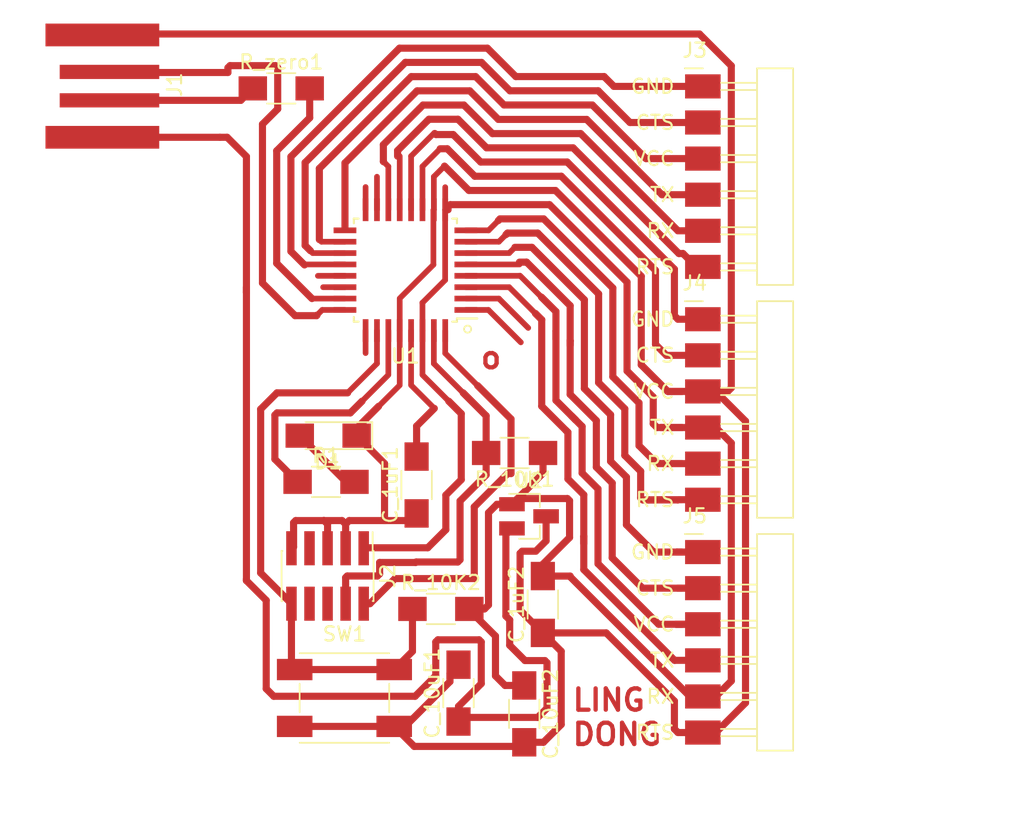
<source format=kicad_pcb>
(kicad_pcb (version 20171130) (host pcbnew "(5.1.10-1-10_14)")

  (general
    (thickness 1.6)
    (drawings 2)
    (tracks 405)
    (zones 0)
    (modules 17)
    (nets 37)
  )

  (page A4)
  (layers
    (0 F.Cu signal)
    (31 B.Cu signal)
    (32 B.Adhes user)
    (33 F.Adhes user)
    (34 B.Paste user)
    (35 F.Paste user)
    (36 B.SilkS user)
    (37 F.SilkS user)
    (38 B.Mask user)
    (39 F.Mask user)
    (40 Dwgs.User user)
    (41 Cmts.User user)
    (42 Eco1.User user)
    (43 Eco2.User user)
    (44 Edge.Cuts user)
    (45 Margin user)
    (46 B.CrtYd user)
    (47 F.CrtYd user)
    (48 B.Fab user)
    (49 F.Fab user)
  )

  (setup
    (last_trace_width 0.5)
    (trace_clearance 0.5)
    (zone_clearance 0.508)
    (zone_45_only no)
    (trace_min 0.2)
    (via_size 0.8)
    (via_drill 0.4)
    (via_min_size 0.4)
    (via_min_drill 0.3)
    (uvia_size 0.3)
    (uvia_drill 0.1)
    (uvias_allowed no)
    (uvia_min_size 0.2)
    (uvia_min_drill 0.1)
    (edge_width 0.05)
    (segment_width 0.2)
    (pcb_text_width 0.3)
    (pcb_text_size 1.5 1.5)
    (mod_edge_width 0.12)
    (mod_text_size 1 1)
    (mod_text_width 0.15)
    (pad_size 1.524 1.524)
    (pad_drill 0.762)
    (pad_to_mask_clearance 0)
    (aux_axis_origin 0 0)
    (visible_elements FFFFFF7F)
    (pcbplotparams
      (layerselection 0x010fc_ffffffff)
      (usegerberextensions false)
      (usegerberattributes true)
      (usegerberadvancedattributes true)
      (creategerberjobfile true)
      (excludeedgelayer true)
      (linewidth 0.100000)
      (plotframeref false)
      (viasonmask false)
      (mode 1)
      (useauxorigin false)
      (hpglpennumber 1)
      (hpglpenspeed 20)
      (hpglpendiameter 15.000000)
      (psnegative false)
      (psa4output false)
      (plotreference true)
      (plotvalue true)
      (plotinvisibletext false)
      (padsonsilk false)
      (subtractmaskfromsilk false)
      (outputformat 1)
      (mirror false)
      (drillshape 1)
      (scaleselection 1)
      (outputdirectory ""))
  )

  (net 0 "")
  (net 1 GND)
  (net 2 +5V)
  (net 3 +3V3)
  (net 4 "Net-(C_1uF1-Pad2)")
  (net 5 /A02)
  (net 6 /A03)
  (net 7 /A04)
  (net 8 /A05)
  (net 9 /A06)
  (net 10 /A07)
  (net 11 "Net-(J1-Pad2)")
  (net 12 "Net-(J1-Pad3)")
  (net 13 /SWDIO)
  (net 14 /SWDCLK)
  (net 15 "Net-(J2-Pad6)")
  (net 16 "Net-(J2-Pad8)")
  (net 17 /RESET)
  (net 18 /D10)
  (net 19 /D11)
  (net 20 /D16)
  (net 21 /D17)
  (net 22 /D18)
  (net 23 /D19)
  (net 24 "Net-(U1-Pad1)")
  (net 25 "Net-(U1-Pad2)")
  (net 26 "Net-(U1-Pad15)")
  (net 27 "Net-(U1-Pad16)")
  (net 28 "Net-(R_zero1-Pad2)")
  (net 29 "Net-(D1-Pad2)")
  (net 30 "Net-(J2-Pad7)")
  (net 31 /D08)
  (net 32 /D09)
  (net 33 "Net-(R1-Pad1)")
  (net 34 /D27)
  (net 35 /D23)
  (net 36 /D22)

  (net_class Default "This is the default net class."
    (clearance 0.5)
    (trace_width 0.5)
    (via_dia 0.8)
    (via_drill 0.4)
    (uvia_dia 0.3)
    (uvia_drill 0.1)
    (add_net +3V3)
    (add_net +5V)
    (add_net /A02)
    (add_net /A03)
    (add_net /A04)
    (add_net /A05)
    (add_net /A06)
    (add_net /A07)
    (add_net /D08)
    (add_net /D09)
    (add_net /D10)
    (add_net /D11)
    (add_net /D16)
    (add_net /D17)
    (add_net /D18)
    (add_net /D19)
    (add_net /D22)
    (add_net /D23)
    (add_net /D27)
    (add_net /RESET)
    (add_net /SWDCLK)
    (add_net /SWDIO)
    (add_net GND)
    (add_net "Net-(C_1uF1-Pad2)")
    (add_net "Net-(D1-Pad2)")
    (add_net "Net-(J1-Pad2)")
    (add_net "Net-(J1-Pad3)")
    (add_net "Net-(J2-Pad6)")
    (add_net "Net-(J2-Pad7)")
    (add_net "Net-(J2-Pad8)")
    (add_net "Net-(R1-Pad1)")
    (add_net "Net-(R_zero1-Pad2)")
    (add_net "Net-(U1-Pad1)")
    (add_net "Net-(U1-Pad15)")
    (add_net "Net-(U1-Pad16)")
    (add_net "Net-(U1-Pad2)")
  )

  (module fab:TQFP-32_7x7mm_P0.8mm (layer F.Cu) (tedit 618A6EA1) (tstamp 61894018)
    (at 81.407 86.5505 180)
    (descr "32-Lead Plastic Thin Quad Flatpack (PT) - 7x7x1.0 mm Body, 2.00 mm [TQFP] (see Microchip Packaging Specification 00000049BS.pdf)")
    (tags "QFP 0.8")
    (path /61708E4F)
    (attr smd)
    (fp_text reference U1 (at 0 -6.05 180) (layer F.SilkS)
      (effects (font (size 1 1) (thickness 0.15)))
    )
    (fp_text value Microcontroller_ATSAMD21E17A-AUT (at 0 6.05 180) (layer F.Fab)
      (effects (font (size 1 1) (thickness 0.15)))
    )
    (fp_circle (center -4.375 -4.15) (end -4.375 -3.9) (layer F.SilkS) (width 0.12))
    (fp_line (start -2.5 -3.5) (end 3.5 -3.5) (layer F.Fab) (width 0.15))
    (fp_line (start 3.5 -3.5) (end 3.5 3.5) (layer F.Fab) (width 0.15))
    (fp_line (start 3.5 3.5) (end -3.5 3.5) (layer F.Fab) (width 0.15))
    (fp_line (start -3.5 3.5) (end -3.5 -2.5) (layer F.Fab) (width 0.15))
    (fp_line (start -3.5 -2.5) (end -2.5 -3.5) (layer F.Fab) (width 0.15))
    (fp_line (start -5.3 -5.3) (end -5.3 5.3) (layer F.CrtYd) (width 0.05))
    (fp_line (start 5.3 -5.3) (end 5.3 5.3) (layer F.CrtYd) (width 0.05))
    (fp_line (start -5.3 -5.3) (end 5.3 -5.3) (layer F.CrtYd) (width 0.05))
    (fp_line (start -5.3 5.3) (end 5.3 5.3) (layer F.CrtYd) (width 0.05))
    (fp_line (start -3.625 -3.625) (end -3.625 -3.4) (layer F.SilkS) (width 0.15))
    (fp_line (start 3.625 -3.625) (end 3.625 -3.3) (layer F.SilkS) (width 0.15))
    (fp_line (start 3.625 3.625) (end 3.625 3.3) (layer F.SilkS) (width 0.15))
    (fp_line (start -3.625 3.625) (end -3.625 3.3) (layer F.SilkS) (width 0.15))
    (fp_line (start -3.625 -3.625) (end -3.3 -3.625) (layer F.SilkS) (width 0.15))
    (fp_line (start -3.625 3.625) (end -3.3 3.625) (layer F.SilkS) (width 0.15))
    (fp_line (start 3.625 3.625) (end 3.3 3.625) (layer F.SilkS) (width 0.15))
    (fp_line (start 3.625 -3.625) (end 3.3 -3.625) (layer F.SilkS) (width 0.15))
    (fp_line (start -3.625 -3.4) (end -5.05 -3.4) (layer F.SilkS) (width 0.15))
    (fp_text user %R (at 0 0 180) (layer F.Fab)
      (effects (font (size 1 1) (thickness 0.15)))
    )
    (pad 32 smd rect (at -2.8 -4.25 270) (size 1.6 0.4) (layers F.Cu F.Paste F.Mask)
      (net 13 /SWDIO))
    (pad 31 smd rect (at -2 -4.25 270) (size 1.6 0.4) (layers F.Cu F.Paste F.Mask)
      (net 14 /SWDCLK))
    (pad 30 smd rect (at -1.2 -4.25 270) (size 1.6 0.4) (layers F.Cu F.Paste F.Mask)
      (net 3 +3V3))
    (pad 29 smd rect (at -0.4 -4.25 270) (size 1.6 0.4) (layers F.Cu F.Paste F.Mask)
      (net 4 "Net-(C_1uF1-Pad2)"))
    (pad 28 smd rect (at 0.4 -4.25 270) (size 1.6 0.4) (layers F.Cu F.Paste F.Mask)
      (net 1 GND))
    (pad 27 smd rect (at 1.2 -4.25 270) (size 1.6 0.4) (layers F.Cu F.Paste F.Mask)
      (net 33 "Net-(R1-Pad1)"))
    (pad 26 smd rect (at 2 -4.25 270) (size 1.6 0.4) (layers F.Cu F.Paste F.Mask)
      (net 17 /RESET))
    (pad 25 smd rect (at 2.8 -4.25 270) (size 1.6 0.4) (layers F.Cu F.Paste F.Mask)
      (net 34 /D27))
    (pad 24 smd rect (at 4.25 -2.8 180) (size 1.6 0.4) (layers F.Cu F.Paste F.Mask)
      (net 12 "Net-(J1-Pad3)"))
    (pad 23 smd rect (at 4.25 -2 180) (size 1.6 0.4) (layers F.Cu F.Paste F.Mask)
      (net 28 "Net-(R_zero1-Pad2)"))
    (pad 22 smd rect (at 4.25 -1.2 180) (size 1.6 0.4) (layers F.Cu F.Paste F.Mask)
      (net 35 /D23))
    (pad 21 smd rect (at 4.25 -0.4 180) (size 1.6 0.4) (layers F.Cu F.Paste F.Mask)
      (net 36 /D22))
    (pad 20 smd rect (at 4.25 0.4 180) (size 1.6 0.4) (layers F.Cu F.Paste F.Mask)
      (net 23 /D19))
    (pad 19 smd rect (at 4.25 1.2 180) (size 1.6 0.4) (layers F.Cu F.Paste F.Mask)
      (net 22 /D18))
    (pad 18 smd rect (at 4.25 2 180) (size 1.6 0.4) (layers F.Cu F.Paste F.Mask)
      (net 21 /D17))
    (pad 17 smd rect (at 4.25 2.8 180) (size 1.6 0.4) (layers F.Cu F.Paste F.Mask)
      (net 20 /D16))
    (pad 16 smd rect (at 2.8 4.25 270) (size 1.6 0.4) (layers F.Cu F.Paste F.Mask)
      (net 27 "Net-(U1-Pad16)"))
    (pad 15 smd rect (at 2 4.25 270) (size 1.6 0.4) (layers F.Cu F.Paste F.Mask)
      (net 26 "Net-(U1-Pad15)"))
    (pad 14 smd rect (at 1.2 4.25 270) (size 1.6 0.4) (layers F.Cu F.Paste F.Mask)
      (net 19 /D11))
    (pad 13 smd rect (at 0.4 4.25 270) (size 1.6 0.4) (layers F.Cu F.Paste F.Mask)
      (net 18 /D10))
    (pad 12 smd rect (at -0.4 4.25 270) (size 1.6 0.4) (layers F.Cu F.Paste F.Mask)
      (net 32 /D09))
    (pad 11 smd rect (at -1.2 4.25 270) (size 1.6 0.4) (layers F.Cu F.Paste F.Mask)
      (net 31 /D08))
    (pad 10 smd rect (at -2 4.25 270) (size 1.6 0.4) (layers F.Cu F.Paste F.Mask)
      (net 1 GND))
    (pad 9 smd rect (at -2.8 4.25 270) (size 1.6 0.4) (layers F.Cu F.Paste F.Mask)
      (net 3 +3V3))
    (pad 8 smd rect (at -4.25 2.8 180) (size 1.6 0.4) (layers F.Cu F.Paste F.Mask)
      (net 10 /A07))
    (pad 7 smd rect (at -4.25 2 180) (size 1.6 0.4) (layers F.Cu F.Paste F.Mask)
      (net 9 /A06))
    (pad 6 smd rect (at -4.25 1.2 180) (size 1.6 0.4) (layers F.Cu F.Paste F.Mask)
      (net 8 /A05))
    (pad 5 smd rect (at -4.25 0.4 180) (size 1.6 0.4) (layers F.Cu F.Paste F.Mask)
      (net 7 /A04))
    (pad 4 smd rect (at -4.25 -0.4 180) (size 1.6 0.4) (layers F.Cu F.Paste F.Mask)
      (net 6 /A03))
    (pad 3 smd rect (at -4.25 -1.2 180) (size 1.6 0.4) (layers F.Cu F.Paste F.Mask)
      (net 5 /A02))
    (pad 2 smd rect (at -4.25 -2 180) (size 1.6 0.4) (layers F.Cu F.Paste F.Mask)
      (net 25 "Net-(U1-Pad2)"))
    (pad 1 smd rect (at -4.25 -2.8 180) (size 1.6 0.4) (layers F.Cu F.Paste F.Mask)
      (net 24 "Net-(U1-Pad1)"))
    (model ${KISYS3DMOD}/Package_QFP.3dshapes/TQFP-32_7x7mm_P0.8mm.wrl
      (at (xyz 0 0 0))
      (scale (xyz 1 1 1))
      (rotate (xyz 0 0 0))
    )
  )

  (module usb_plug:USB_PLUG_TRACES (layer F.Cu) (tedit 6161FC20) (tstamp 618947BD)
    (at 60.0964 73.6024 90)
    (path /61709CEB)
    (fp_text reference J1 (at 0.1 5.08 90) (layer F.SilkS)
      (effects (font (size 1 1) (thickness 0.15)))
    )
    (fp_text value USB_A (at 0.05 -6.35 90) (layer F.Fab)
      (effects (font (size 1 1) (thickness 0.15)))
    )
    (fp_line (start -6 -4.5) (end 6 -4.5) (layer Cmts.User) (width 0.12))
    (fp_line (start 6 -4.5) (end 6 6.5) (layer Cmts.User) (width 0.12))
    (fp_line (start -6 -4.5) (end -6 6.5) (layer Cmts.User) (width 0.12))
    (pad 1 smd rect (at -3.6 0 90) (size 1.6 8) (layers F.Cu F.Paste F.Mask)
      (net 2 +5V))
    (pad 4 smd rect (at 3.6 0 90) (size 1.6 8) (layers F.Cu F.Paste F.Mask)
      (net 1 GND))
    (pad 2 smd rect (at -1 0.5 90) (size 1 7) (layers F.Cu F.Paste F.Mask)
      (net 11 "Net-(J1-Pad2)"))
    (pad 3 smd rect (at 1 0.5 90) (size 1 7) (layers F.Cu F.Paste F.Mask)
      (net 12 "Net-(J1-Pad3)"))
  )

  (module fab:C_1206 (layer F.Cu) (tedit 6002C54C) (tstamp 61897188)
    (at 85.1408 116.3132 90)
    (descr "Capacitor SMD 1206, hand soldering")
    (tags "capacitor 1206")
    (path /61730C13)
    (attr smd)
    (fp_text reference C_10uF1 (at 0 -1.85 90) (layer F.SilkS)
      (effects (font (size 1 1) (thickness 0.15)))
    )
    (fp_text value C (at 0 1.9 90) (layer F.Fab)
      (effects (font (size 1 1) (thickness 0.15)))
    )
    (fp_line (start -1.6 0.8) (end -1.6 -0.8) (layer F.Fab) (width 0.1))
    (fp_line (start 1.6 0.8) (end -1.6 0.8) (layer F.Fab) (width 0.1))
    (fp_line (start 1.6 -0.8) (end 1.6 0.8) (layer F.Fab) (width 0.1))
    (fp_line (start -1.6 -0.8) (end 1.6 -0.8) (layer F.Fab) (width 0.1))
    (fp_line (start 1 1.07) (end -1 1.07) (layer F.SilkS) (width 0.12))
    (fp_line (start -1 -1.07) (end 1 -1.07) (layer F.SilkS) (width 0.12))
    (fp_line (start -3.25 -1.11) (end 3.25 -1.11) (layer F.CrtYd) (width 0.05))
    (fp_line (start -3.25 -1.11) (end -3.25 1.1) (layer F.CrtYd) (width 0.05))
    (fp_line (start 3.25 1.1) (end 3.25 -1.11) (layer F.CrtYd) (width 0.05))
    (fp_line (start 3.25 1.1) (end -3.25 1.1) (layer F.CrtYd) (width 0.05))
    (fp_text user %R (at 0 0 90) (layer F.Fab)
      (effects (font (size 0.7 0.7) (thickness 0.105)))
    )
    (pad 1 smd rect (at -2 0 90) (size 2 1.7) (layers F.Cu F.Paste F.Mask)
      (net 2 +5V))
    (pad 2 smd rect (at 2 0 90) (size 2 1.7) (layers F.Cu F.Paste F.Mask)
      (net 1 GND))
    (model ${FAB}/fab.3dshapes/C_1206.step
      (at (xyz 0 0 0))
      (scale (xyz 1 1 1))
      (rotate (xyz 0 0 0))
    )
  )

  (module fab:C_1206 (layer F.Cu) (tedit 6002C54C) (tstamp 61897235)
    (at 89.7636 117.7732 270)
    (descr "Capacitor SMD 1206, hand soldering")
    (tags "capacitor 1206")
    (path /617197CF)
    (attr smd)
    (fp_text reference C_10uF2 (at 0 -1.85 90) (layer F.SilkS)
      (effects (font (size 1 1) (thickness 0.15)))
    )
    (fp_text value C (at 0 1.9 90) (layer F.Fab)
      (effects (font (size 1 1) (thickness 0.15)))
    )
    (fp_line (start 3.25 1.1) (end -3.25 1.1) (layer F.CrtYd) (width 0.05))
    (fp_line (start 3.25 1.1) (end 3.25 -1.11) (layer F.CrtYd) (width 0.05))
    (fp_line (start -3.25 -1.11) (end -3.25 1.1) (layer F.CrtYd) (width 0.05))
    (fp_line (start -3.25 -1.11) (end 3.25 -1.11) (layer F.CrtYd) (width 0.05))
    (fp_line (start -1 -1.07) (end 1 -1.07) (layer F.SilkS) (width 0.12))
    (fp_line (start 1 1.07) (end -1 1.07) (layer F.SilkS) (width 0.12))
    (fp_line (start -1.6 -0.8) (end 1.6 -0.8) (layer F.Fab) (width 0.1))
    (fp_line (start 1.6 -0.8) (end 1.6 0.8) (layer F.Fab) (width 0.1))
    (fp_line (start 1.6 0.8) (end -1.6 0.8) (layer F.Fab) (width 0.1))
    (fp_line (start -1.6 0.8) (end -1.6 -0.8) (layer F.Fab) (width 0.1))
    (fp_text user %R (at 0 0 90) (layer F.Fab)
      (effects (font (size 0.7 0.7) (thickness 0.105)))
    )
    (pad 2 smd rect (at 2 0 270) (size 2 1.7) (layers F.Cu F.Paste F.Mask)
      (net 1 GND))
    (pad 1 smd rect (at -2 0 270) (size 2 1.7) (layers F.Cu F.Paste F.Mask)
      (net 3 +3V3))
    (model ${FAB}/fab.3dshapes/C_1206.step
      (at (xyz 0 0 0))
      (scale (xyz 1 1 1))
      (rotate (xyz 0 0 0))
    )
  )

  (module fab:C_1206 (layer F.Cu) (tedit 6002C54C) (tstamp 61897092)
    (at 82.1944 101.6696 90)
    (descr "Capacitor SMD 1206, hand soldering")
    (tags "capacitor 1206")
    (path /61732CC4)
    (attr smd)
    (fp_text reference C_1uF1 (at 0 -1.85 90) (layer F.SilkS)
      (effects (font (size 1 1) (thickness 0.15)))
    )
    (fp_text value C (at 0 1.9 90) (layer F.Fab)
      (effects (font (size 1 1) (thickness 0.15)))
    )
    (fp_line (start 3.25 1.1) (end -3.25 1.1) (layer F.CrtYd) (width 0.05))
    (fp_line (start 3.25 1.1) (end 3.25 -1.11) (layer F.CrtYd) (width 0.05))
    (fp_line (start -3.25 -1.11) (end -3.25 1.1) (layer F.CrtYd) (width 0.05))
    (fp_line (start -3.25 -1.11) (end 3.25 -1.11) (layer F.CrtYd) (width 0.05))
    (fp_line (start -1 -1.07) (end 1 -1.07) (layer F.SilkS) (width 0.12))
    (fp_line (start 1 1.07) (end -1 1.07) (layer F.SilkS) (width 0.12))
    (fp_line (start -1.6 -0.8) (end 1.6 -0.8) (layer F.Fab) (width 0.1))
    (fp_line (start 1.6 -0.8) (end 1.6 0.8) (layer F.Fab) (width 0.1))
    (fp_line (start 1.6 0.8) (end -1.6 0.8) (layer F.Fab) (width 0.1))
    (fp_line (start -1.6 0.8) (end -1.6 -0.8) (layer F.Fab) (width 0.1))
    (fp_text user %R (at 0 0 90) (layer F.Fab)
      (effects (font (size 0.7 0.7) (thickness 0.105)))
    )
    (pad 2 smd rect (at 2 0 90) (size 2 1.7) (layers F.Cu F.Paste F.Mask)
      (net 4 "Net-(C_1uF1-Pad2)"))
    (pad 1 smd rect (at -2 0 90) (size 2 1.7) (layers F.Cu F.Paste F.Mask)
      (net 1 GND))
    (model ${FAB}/fab.3dshapes/C_1206.step
      (at (xyz 0 0 0))
      (scale (xyz 1 1 1))
      (rotate (xyz 0 0 0))
    )
  )

  (module fab:C_1206 (layer F.Cu) (tedit 6002C54C) (tstamp 61895E0B)
    (at 91.0717 110.077 90)
    (descr "Capacitor SMD 1206, hand soldering")
    (tags "capacitor 1206")
    (path /61735BE6)
    (attr smd)
    (fp_text reference C_1uF2 (at 0 -1.85 90) (layer F.SilkS)
      (effects (font (size 1 1) (thickness 0.15)))
    )
    (fp_text value C (at 0 1.9 90) (layer F.Fab)
      (effects (font (size 1 1) (thickness 0.15)))
    )
    (fp_line (start -1.6 0.8) (end -1.6 -0.8) (layer F.Fab) (width 0.1))
    (fp_line (start 1.6 0.8) (end -1.6 0.8) (layer F.Fab) (width 0.1))
    (fp_line (start 1.6 -0.8) (end 1.6 0.8) (layer F.Fab) (width 0.1))
    (fp_line (start -1.6 -0.8) (end 1.6 -0.8) (layer F.Fab) (width 0.1))
    (fp_line (start 1 1.07) (end -1 1.07) (layer F.SilkS) (width 0.12))
    (fp_line (start -1 -1.07) (end 1 -1.07) (layer F.SilkS) (width 0.12))
    (fp_line (start -3.25 -1.11) (end 3.25 -1.11) (layer F.CrtYd) (width 0.05))
    (fp_line (start -3.25 -1.11) (end -3.25 1.1) (layer F.CrtYd) (width 0.05))
    (fp_line (start 3.25 1.1) (end 3.25 -1.11) (layer F.CrtYd) (width 0.05))
    (fp_line (start 3.25 1.1) (end -3.25 1.1) (layer F.CrtYd) (width 0.05))
    (fp_text user %R (at 0 0 90) (layer F.Fab)
      (effects (font (size 0.7 0.7) (thickness 0.105)))
    )
    (pad 1 smd rect (at -2 0 90) (size 2 1.7) (layers F.Cu F.Paste F.Mask)
      (net 1 GND))
    (pad 2 smd rect (at 2 0 90) (size 2 1.7) (layers F.Cu F.Paste F.Mask)
      (net 3 +3V3))
    (model ${FAB}/fab.3dshapes/C_1206.step
      (at (xyz 0 0 0))
      (scale (xyz 1 1 1))
      (rotate (xyz 0 0 0))
    )
  )

  (module fab:LED_1206 (layer F.Cu) (tedit 595FC724) (tstamp 618947B2)
    (at 75.978 98.1964 180)
    (descr "LED SMD 1206, hand soldering")
    (tags "LED 1206")
    (path /618C5CCA)
    (attr smd)
    (fp_text reference D1 (at 0 -1.85) (layer F.SilkS)
      (effects (font (size 1 1) (thickness 0.15)))
    )
    (fp_text value LED (at 0 1.9) (layer F.Fab)
      (effects (font (size 1 1) (thickness 0.15)))
    )
    (fp_line (start -3.1 -0.95) (end -3.1 0.95) (layer F.SilkS) (width 0.12))
    (fp_line (start -0.4 0) (end 0.2 -0.4) (layer F.Fab) (width 0.1))
    (fp_line (start 0.2 -0.4) (end 0.2 0.4) (layer F.Fab) (width 0.1))
    (fp_line (start 0.2 0.4) (end -0.4 0) (layer F.Fab) (width 0.1))
    (fp_line (start -0.45 -0.4) (end -0.45 0.4) (layer F.Fab) (width 0.1))
    (fp_line (start -1.6 0.8) (end -1.6 -0.8) (layer F.Fab) (width 0.1))
    (fp_line (start 1.6 0.8) (end -1.6 0.8) (layer F.Fab) (width 0.1))
    (fp_line (start 1.6 -0.8) (end 1.6 0.8) (layer F.Fab) (width 0.1))
    (fp_line (start -1.6 -0.8) (end 1.6 -0.8) (layer F.Fab) (width 0.1))
    (fp_line (start -3.1 0.95) (end 1.6 0.95) (layer F.SilkS) (width 0.12))
    (fp_line (start -3.1 -0.95) (end 1.6 -0.95) (layer F.SilkS) (width 0.12))
    (fp_line (start -3.25 -1.11) (end 3.25 -1.11) (layer F.CrtYd) (width 0.05))
    (fp_line (start -3.25 -1.11) (end -3.25 1.1) (layer F.CrtYd) (width 0.05))
    (fp_line (start 3.25 1.1) (end 3.25 -1.11) (layer F.CrtYd) (width 0.05))
    (fp_line (start 3.25 1.1) (end -3.25 1.1) (layer F.CrtYd) (width 0.05))
    (pad 2 smd rect (at 2 0 180) (size 2 1.7) (layers F.Cu F.Paste F.Mask)
      (net 29 "Net-(D1-Pad2)"))
    (pad 1 smd rect (at -2 0 180) (size 2 1.7) (layers F.Cu F.Paste F.Mask)
      (net 1 GND))
    (model ${KISYS3DMOD}/LEDs.3dshapes/LED_1206.wrl
      (at (xyz 0 0 0))
      (scale (xyz 1 1 1))
      (rotate (xyz 0 0 180))
    )
  )

  (module fab:PinHeader_2x05_P1.27mm_Vertical_SMD (layer F.Cu) (tedit 60851B62) (tstamp 61895D14)
    (at 75.9333 108.0712 270)
    (descr "surface-mounted straight pin header, 2x05, 1.27mm pitch, double rows")
    (tags "Surface mounted pin header SMD 2x05 1.27mm double row")
    (path /617150F6)
    (attr smd)
    (fp_text reference J2 (at 0 -4.235 90) (layer F.SilkS)
      (effects (font (size 1 1) (thickness 0.15)))
    )
    (fp_text value Conn_PinHeader_2x05_P1.27mm_Vertical_SMD (at 0 4.235 90) (layer F.Fab)
      (effects (font (size 1 1) (thickness 0.15)))
    )
    (fp_line (start 4.3 -3.7) (end -4.3 -3.7) (layer F.CrtYd) (width 0.05))
    (fp_line (start 4.3 3.7) (end 4.3 -3.7) (layer F.CrtYd) (width 0.05))
    (fp_line (start -4.3 3.7) (end 4.3 3.7) (layer F.CrtYd) (width 0.05))
    (fp_line (start -4.3 -3.7) (end -4.3 3.7) (layer F.CrtYd) (width 0.05))
    (fp_line (start 1.765 3.17) (end 1.765 3.235) (layer F.SilkS) (width 0.12))
    (fp_line (start -1.765 3.17) (end -1.765 3.235) (layer F.SilkS) (width 0.12))
    (fp_line (start 1.765 -3.235) (end 1.765 -3.17) (layer F.SilkS) (width 0.12))
    (fp_line (start -1.765 -3.235) (end -1.765 -3.17) (layer F.SilkS) (width 0.12))
    (fp_line (start -3.09 -3.17) (end -1.765 -3.17) (layer F.SilkS) (width 0.12))
    (fp_line (start -1.765 3.235) (end 1.765 3.235) (layer F.SilkS) (width 0.12))
    (fp_line (start -1.765 -3.235) (end 1.765 -3.235) (layer F.SilkS) (width 0.12))
    (fp_line (start 2.75 2.74) (end 1.705 2.74) (layer F.Fab) (width 0.1))
    (fp_line (start 2.75 2.34) (end 2.75 2.74) (layer F.Fab) (width 0.1))
    (fp_line (start 1.705 2.34) (end 2.75 2.34) (layer F.Fab) (width 0.1))
    (fp_line (start -2.75 2.74) (end -1.705 2.74) (layer F.Fab) (width 0.1))
    (fp_line (start -2.75 2.34) (end -2.75 2.74) (layer F.Fab) (width 0.1))
    (fp_line (start -1.705 2.34) (end -2.75 2.34) (layer F.Fab) (width 0.1))
    (fp_line (start 2.75 1.47) (end 1.705 1.47) (layer F.Fab) (width 0.1))
    (fp_line (start 2.75 1.07) (end 2.75 1.47) (layer F.Fab) (width 0.1))
    (fp_line (start 1.705 1.07) (end 2.75 1.07) (layer F.Fab) (width 0.1))
    (fp_line (start -2.75 1.47) (end -1.705 1.47) (layer F.Fab) (width 0.1))
    (fp_line (start -2.75 1.07) (end -2.75 1.47) (layer F.Fab) (width 0.1))
    (fp_line (start -1.705 1.07) (end -2.75 1.07) (layer F.Fab) (width 0.1))
    (fp_line (start 2.75 0.2) (end 1.705 0.2) (layer F.Fab) (width 0.1))
    (fp_line (start 2.75 -0.2) (end 2.75 0.2) (layer F.Fab) (width 0.1))
    (fp_line (start 1.705 -0.2) (end 2.75 -0.2) (layer F.Fab) (width 0.1))
    (fp_line (start -2.75 0.2) (end -1.705 0.2) (layer F.Fab) (width 0.1))
    (fp_line (start -2.75 -0.2) (end -2.75 0.2) (layer F.Fab) (width 0.1))
    (fp_line (start -1.705 -0.2) (end -2.75 -0.2) (layer F.Fab) (width 0.1))
    (fp_line (start 2.75 -1.07) (end 1.705 -1.07) (layer F.Fab) (width 0.1))
    (fp_line (start 2.75 -1.47) (end 2.75 -1.07) (layer F.Fab) (width 0.1))
    (fp_line (start 1.705 -1.47) (end 2.75 -1.47) (layer F.Fab) (width 0.1))
    (fp_line (start -2.75 -1.07) (end -1.705 -1.07) (layer F.Fab) (width 0.1))
    (fp_line (start -2.75 -1.47) (end -2.75 -1.07) (layer F.Fab) (width 0.1))
    (fp_line (start -1.705 -1.47) (end -2.75 -1.47) (layer F.Fab) (width 0.1))
    (fp_line (start 2.75 -2.34) (end 1.705 -2.34) (layer F.Fab) (width 0.1))
    (fp_line (start 2.75 -2.74) (end 2.75 -2.34) (layer F.Fab) (width 0.1))
    (fp_line (start 1.705 -2.74) (end 2.75 -2.74) (layer F.Fab) (width 0.1))
    (fp_line (start -2.75 -2.34) (end -1.705 -2.34) (layer F.Fab) (width 0.1))
    (fp_line (start -2.75 -2.74) (end -2.75 -2.34) (layer F.Fab) (width 0.1))
    (fp_line (start -1.705 -2.74) (end -2.75 -2.74) (layer F.Fab) (width 0.1))
    (fp_line (start 1.705 -3.175) (end 1.705 3.175) (layer F.Fab) (width 0.1))
    (fp_line (start -1.705 -2.74) (end -1.27 -3.175) (layer F.Fab) (width 0.1))
    (fp_line (start -1.705 3.175) (end -1.705 -2.74) (layer F.Fab) (width 0.1))
    (fp_line (start -1.27 -3.175) (end 1.705 -3.175) (layer F.Fab) (width 0.1))
    (fp_line (start 1.705 3.175) (end -1.705 3.175) (layer F.Fab) (width 0.1))
    (fp_text user %R (at 0 0) (layer F.Fab)
      (effects (font (size 1 1) (thickness 0.15)))
    )
    (pad 1 smd rect (at -1.95 -2.54 270) (size 2.4 0.74) (layers F.Cu F.Paste F.Mask)
      (net 3 +3V3))
    (pad 2 smd rect (at 1.95 -2.54 270) (size 2.4 0.74) (layers F.Cu F.Paste F.Mask)
      (net 13 /SWDIO))
    (pad 3 smd rect (at -1.95 -1.27 270) (size 2.4 0.74) (layers F.Cu F.Paste F.Mask)
      (net 1 GND))
    (pad 4 smd rect (at 1.95 -1.27 270) (size 2.4 0.74) (layers F.Cu F.Paste F.Mask)
      (net 14 /SWDCLK))
    (pad 5 smd rect (at -1.95 0 270) (size 2.4 0.74) (layers F.Cu F.Paste F.Mask)
      (net 1 GND))
    (pad 6 smd rect (at 1.95 0 270) (size 2.4 0.74) (layers F.Cu F.Paste F.Mask)
      (net 15 "Net-(J2-Pad6)"))
    (pad 7 smd rect (at -1.95 1.27 270) (size 2.4 0.74) (layers F.Cu F.Paste F.Mask)
      (net 30 "Net-(J2-Pad7)"))
    (pad 8 smd rect (at 1.95 1.27 270) (size 2.4 0.74) (layers F.Cu F.Paste F.Mask)
      (net 16 "Net-(J2-Pad8)"))
    (pad 9 smd rect (at -1.95 2.54 270) (size 2.4 0.74) (layers F.Cu F.Paste F.Mask)
      (net 1 GND))
    (pad 10 smd rect (at 1.95 2.54 270) (size 2.4 0.74) (layers F.Cu F.Paste F.Mask)
      (net 17 /RESET))
    (model ${KISYS3DMOD}/Connector_PinHeader_1.27mm.3dshapes/PinHeader_2x05_P1.27mm_Vertical_SMD.wrl
      (at (xyz 0 0 0))
      (scale (xyz 1 1 1))
      (rotate (xyz 0 0 0))
    )
  )

  (module fab:PinHeader_FTDI_01x06_P2.54mm_Horizontal_SMD (layer F.Cu) (tedit 60851AE4) (tstamp 61897C54)
    (at 102.3239 73.6219)
    (descr https://s3.amazonaws.com/catalogspreads-pdf/PAGE112-113%20.100%20MALE%20HDR.pdf)
    (tags "horizontal pin header SMD 2.54mm")
    (path /618AFA7A)
    (attr smd)
    (fp_text reference J3 (at -1.524 -2.54 180) (layer F.SilkS)
      (effects (font (size 1 1) (thickness 0.15)) (justify left))
    )
    (fp_text value Conn_PinHeader_FTDI_1x06_P2.54mm_Horizontal_SMD (at 2.286 15.621) (layer F.Fab)
      (effects (font (size 1 1) (thickness 0.15)))
    )
    (fp_line (start -0.635 12.446) (end -0.635 12.954) (layer F.Fab) (width 0.1))
    (fp_line (start -0.635 9.906) (end -0.635 10.414) (layer F.Fab) (width 0.1))
    (fp_line (start -0.635 7.366) (end -0.635 7.874) (layer F.Fab) (width 0.1))
    (fp_line (start -0.635 4.826) (end -0.635 5.334) (layer F.Fab) (width 0.1))
    (fp_line (start -0.635 2.286) (end -0.635 2.794) (layer F.Fab) (width 0.1))
    (fp_line (start -0.635 -0.254) (end -0.635 0.254) (layer F.Fab) (width 0.1))
    (fp_line (start 3.81 12.954) (end 1.27 12.954) (layer F.SilkS) (width 0.12))
    (fp_line (start 3.81 12.446) (end 1.27 12.446) (layer F.SilkS) (width 0.12))
    (fp_line (start 3.81 10.414) (end 1.27 10.414) (layer F.SilkS) (width 0.12))
    (fp_line (start 3.81 9.906) (end 1.27 9.906) (layer F.SilkS) (width 0.12))
    (fp_line (start 3.81 7.874) (end 1.27 7.874) (layer F.SilkS) (width 0.12))
    (fp_line (start 3.81 7.366) (end 1.27 7.366) (layer F.SilkS) (width 0.12))
    (fp_line (start 3.81 5.334) (end 1.27 5.334) (layer F.SilkS) (width 0.12))
    (fp_line (start 3.81 4.826) (end 1.27 4.826) (layer F.SilkS) (width 0.12))
    (fp_line (start 3.81 2.794) (end 1.27 2.794) (layer F.SilkS) (width 0.12))
    (fp_line (start 3.81 2.286) (end 1.27 2.286) (layer F.SilkS) (width 0.12))
    (fp_line (start 3.81 0.254) (end 1.27 0.254) (layer F.SilkS) (width 0.12))
    (fp_line (start 3.81 -0.254) (end 1.27 -0.254) (layer F.SilkS) (width 0.12))
    (fp_line (start 3.81 13.97) (end 3.81 -1.27) (layer F.SilkS) (width 0.12))
    (fp_line (start 6.35 13.97) (end 3.81 13.97) (layer F.SilkS) (width 0.12))
    (fp_line (start 6.35 -1.27) (end 6.35 13.97) (layer F.SilkS) (width 0.12))
    (fp_line (start 3.81 -1.27) (end 6.35 -1.27) (layer F.SilkS) (width 0.12))
    (fp_line (start 3.81 12.7) (end -0.635 12.7) (layer F.Fab) (width 0.1))
    (fp_line (start 3.81 10.16) (end -0.635 10.16) (layer F.Fab) (width 0.1))
    (fp_line (start 3.81 7.62) (end -0.635 7.62) (layer F.Fab) (width 0.1))
    (fp_line (start 3.81 5.08) (end -0.635 5.08) (layer F.Fab) (width 0.1))
    (fp_line (start 3.81 2.54) (end -0.635 2.54) (layer F.Fab) (width 0.1))
    (fp_line (start 3.81 0) (end -0.635 0) (layer F.Fab) (width 0.1))
    (fp_line (start 6.34 -1.27) (end 6.35 13.97) (layer F.Fab) (width 0.1))
    (fp_line (start 3.8 13.97) (end 6.35 13.97) (layer F.Fab) (width 0.1))
    (fp_line (start 3.8 -1.27) (end 6.34 -1.27) (layer F.Fab) (width 0.1))
    (fp_line (start 3.8 13.97) (end 3.8 -1.27) (layer F.Fab) (width 0.1))
    (fp_line (start -1.27 -1.27) (end 0 -1.27) (layer F.SilkS) (width 0.12))
    (fp_line (start -1.8 -1.8) (end -1.8 14.5) (layer F.CrtYd) (width 0.05))
    (fp_line (start -1.8 14.5) (end 6.4 14.5) (layer F.CrtYd) (width 0.05))
    (fp_line (start 6.4 14.5) (end 6.4 -1.8) (layer F.CrtYd) (width 0.05))
    (fp_line (start 6.4 -1.8) (end -1.8 -1.8) (layer F.CrtYd) (width 0.05))
    (fp_text user %R (at 2.6 6.1 90) (layer F.Fab)
      (effects (font (size 1 1) (thickness 0.15)))
    )
    (fp_text user GND (at -1.905 0) (layer F.SilkS)
      (effects (font (size 1 1) (thickness 0.15)) (justify right))
    )
    (fp_text user CTS (at -1.905 2.54) (layer F.SilkS)
      (effects (font (size 1 1) (thickness 0.15)) (justify right))
    )
    (fp_text user VCC (at -1.905 5.08) (layer F.SilkS)
      (effects (font (size 1 1) (thickness 0.15)) (justify right))
    )
    (fp_text user TX (at -1.905 7.62) (layer F.SilkS)
      (effects (font (size 1 1) (thickness 0.15)) (justify right))
    )
    (fp_text user RX (at -1.905 10.16) (layer F.SilkS)
      (effects (font (size 1 1) (thickness 0.15)) (justify right))
    )
    (fp_text user RTS (at -1.905 12.7) (layer F.SilkS)
      (effects (font (size 1 1) (thickness 0.15)) (justify right))
    )
    (pad 1 smd rect (at 0 0) (size 2.5 1.7) (layers F.Cu F.Paste F.Mask)
      (net 23 /D19))
    (pad 2 smd rect (at 0 2.54) (size 2.5 1.7) (layers F.Cu F.Paste F.Mask)
      (net 22 /D18))
    (pad 3 smd rect (at 0 5.08) (size 2.5 1.7) (layers F.Cu F.Paste F.Mask)
      (net 21 /D17))
    (pad 4 smd rect (at 0 7.62) (size 2.5 1.7) (layers F.Cu F.Paste F.Mask)
      (net 20 /D16))
    (pad 5 smd rect (at 0 10.16) (size 2.5 1.7) (layers F.Cu F.Paste F.Mask)
      (net 19 /D11))
    (pad 6 smd rect (at 0 12.7) (size 2.5 1.7) (layers F.Cu F.Paste F.Mask)
      (net 18 /D10))
    (model ${FAB}/fab.3dshapes/Header_SMD_01x06_P2.54mm_Horizontal_Male.step
      (at (xyz 0 0 0))
      (scale (xyz 1 1 1))
      (rotate (xyz 0 0 0))
    )
  )

  (module fab:PinHeader_FTDI_01x06_P2.54mm_Horizontal_SMD (layer F.Cu) (tedit 60851AE4) (tstamp 61897BB5)
    (at 102.3239 90.0049)
    (descr https://s3.amazonaws.com/catalogspreads-pdf/PAGE112-113%20.100%20MALE%20HDR.pdf)
    (tags "horizontal pin header SMD 2.54mm")
    (path /618B05B0)
    (attr smd)
    (fp_text reference J4 (at -1.524 -2.54 180) (layer F.SilkS)
      (effects (font (size 1 1) (thickness 0.15)) (justify left))
    )
    (fp_text value Conn_PinHeader_FTDI_1x06_P2.54mm_Horizontal_SMD (at 2.286 15.621) (layer F.Fab)
      (effects (font (size 1 1) (thickness 0.15)))
    )
    (fp_line (start 6.4 -1.8) (end -1.8 -1.8) (layer F.CrtYd) (width 0.05))
    (fp_line (start 6.4 14.5) (end 6.4 -1.8) (layer F.CrtYd) (width 0.05))
    (fp_line (start -1.8 14.5) (end 6.4 14.5) (layer F.CrtYd) (width 0.05))
    (fp_line (start -1.8 -1.8) (end -1.8 14.5) (layer F.CrtYd) (width 0.05))
    (fp_line (start -1.27 -1.27) (end 0 -1.27) (layer F.SilkS) (width 0.12))
    (fp_line (start 3.8 13.97) (end 3.8 -1.27) (layer F.Fab) (width 0.1))
    (fp_line (start 3.8 -1.27) (end 6.34 -1.27) (layer F.Fab) (width 0.1))
    (fp_line (start 3.8 13.97) (end 6.35 13.97) (layer F.Fab) (width 0.1))
    (fp_line (start 6.34 -1.27) (end 6.35 13.97) (layer F.Fab) (width 0.1))
    (fp_line (start 3.81 0) (end -0.635 0) (layer F.Fab) (width 0.1))
    (fp_line (start 3.81 2.54) (end -0.635 2.54) (layer F.Fab) (width 0.1))
    (fp_line (start 3.81 5.08) (end -0.635 5.08) (layer F.Fab) (width 0.1))
    (fp_line (start 3.81 7.62) (end -0.635 7.62) (layer F.Fab) (width 0.1))
    (fp_line (start 3.81 10.16) (end -0.635 10.16) (layer F.Fab) (width 0.1))
    (fp_line (start 3.81 12.7) (end -0.635 12.7) (layer F.Fab) (width 0.1))
    (fp_line (start 3.81 -1.27) (end 6.35 -1.27) (layer F.SilkS) (width 0.12))
    (fp_line (start 6.35 -1.27) (end 6.35 13.97) (layer F.SilkS) (width 0.12))
    (fp_line (start 6.35 13.97) (end 3.81 13.97) (layer F.SilkS) (width 0.12))
    (fp_line (start 3.81 13.97) (end 3.81 -1.27) (layer F.SilkS) (width 0.12))
    (fp_line (start 3.81 -0.254) (end 1.27 -0.254) (layer F.SilkS) (width 0.12))
    (fp_line (start 3.81 0.254) (end 1.27 0.254) (layer F.SilkS) (width 0.12))
    (fp_line (start 3.81 2.286) (end 1.27 2.286) (layer F.SilkS) (width 0.12))
    (fp_line (start 3.81 2.794) (end 1.27 2.794) (layer F.SilkS) (width 0.12))
    (fp_line (start 3.81 4.826) (end 1.27 4.826) (layer F.SilkS) (width 0.12))
    (fp_line (start 3.81 5.334) (end 1.27 5.334) (layer F.SilkS) (width 0.12))
    (fp_line (start 3.81 7.366) (end 1.27 7.366) (layer F.SilkS) (width 0.12))
    (fp_line (start 3.81 7.874) (end 1.27 7.874) (layer F.SilkS) (width 0.12))
    (fp_line (start 3.81 9.906) (end 1.27 9.906) (layer F.SilkS) (width 0.12))
    (fp_line (start 3.81 10.414) (end 1.27 10.414) (layer F.SilkS) (width 0.12))
    (fp_line (start 3.81 12.446) (end 1.27 12.446) (layer F.SilkS) (width 0.12))
    (fp_line (start 3.81 12.954) (end 1.27 12.954) (layer F.SilkS) (width 0.12))
    (fp_line (start -0.635 -0.254) (end -0.635 0.254) (layer F.Fab) (width 0.1))
    (fp_line (start -0.635 2.286) (end -0.635 2.794) (layer F.Fab) (width 0.1))
    (fp_line (start -0.635 4.826) (end -0.635 5.334) (layer F.Fab) (width 0.1))
    (fp_line (start -0.635 7.366) (end -0.635 7.874) (layer F.Fab) (width 0.1))
    (fp_line (start -0.635 9.906) (end -0.635 10.414) (layer F.Fab) (width 0.1))
    (fp_line (start -0.635 12.446) (end -0.635 12.954) (layer F.Fab) (width 0.1))
    (fp_text user RTS (at -1.905 12.7) (layer F.SilkS)
      (effects (font (size 1 1) (thickness 0.15)) (justify right))
    )
    (fp_text user RX (at -1.905 10.16) (layer F.SilkS)
      (effects (font (size 1 1) (thickness 0.15)) (justify right))
    )
    (fp_text user TX (at -1.905 7.62) (layer F.SilkS)
      (effects (font (size 1 1) (thickness 0.15)) (justify right))
    )
    (fp_text user VCC (at -1.905 5.08) (layer F.SilkS)
      (effects (font (size 1 1) (thickness 0.15)) (justify right))
    )
    (fp_text user CTS (at -1.905 2.54) (layer F.SilkS)
      (effects (font (size 1 1) (thickness 0.15)) (justify right))
    )
    (fp_text user GND (at -1.905 0) (layer F.SilkS)
      (effects (font (size 1 1) (thickness 0.15)) (justify right))
    )
    (fp_text user %R (at 2.6 6.1 90) (layer F.Fab)
      (effects (font (size 1 1) (thickness 0.15)))
    )
    (pad 6 smd rect (at 0 12.7) (size 2.5 1.7) (layers F.Cu F.Paste F.Mask)
      (net 9 /A06))
    (pad 5 smd rect (at 0 10.16) (size 2.5 1.7) (layers F.Cu F.Paste F.Mask)
      (net 10 /A07))
    (pad 4 smd rect (at 0 7.62) (size 2.5 1.7) (layers F.Cu F.Paste F.Mask)
      (net 3 +3V3))
    (pad 3 smd rect (at 0 5.08) (size 2.5 1.7) (layers F.Cu F.Paste F.Mask)
      (net 1 GND))
    (pad 2 smd rect (at 0 2.54) (size 2.5 1.7) (layers F.Cu F.Paste F.Mask)
      (net 31 /D08))
    (pad 1 smd rect (at 0 0) (size 2.5 1.7) (layers F.Cu F.Paste F.Mask)
      (net 32 /D09))
    (model ${FAB}/fab.3dshapes/Header_SMD_01x06_P2.54mm_Horizontal_Male.step
      (at (xyz 0 0 0))
      (scale (xyz 1 1 1))
      (rotate (xyz 0 0 0))
    )
  )

  (module fab:PinHeader_FTDI_01x06_P2.54mm_Horizontal_SMD (layer F.Cu) (tedit 60851AE4) (tstamp 61897B16)
    (at 102.3239 106.3879)
    (descr https://s3.amazonaws.com/catalogspreads-pdf/PAGE112-113%20.100%20MALE%20HDR.pdf)
    (tags "horizontal pin header SMD 2.54mm")
    (path /618B449D)
    (attr smd)
    (fp_text reference J5 (at -1.524 -2.54 180) (layer F.SilkS)
      (effects (font (size 1 1) (thickness 0.15)) (justify left))
    )
    (fp_text value Conn_PinHeader_FTDI_1x06_P2.54mm_Horizontal_SMD (at 2.286 15.621) (layer F.Fab)
      (effects (font (size 1 1) (thickness 0.15)))
    )
    (fp_line (start -0.635 12.446) (end -0.635 12.954) (layer F.Fab) (width 0.1))
    (fp_line (start -0.635 9.906) (end -0.635 10.414) (layer F.Fab) (width 0.1))
    (fp_line (start -0.635 7.366) (end -0.635 7.874) (layer F.Fab) (width 0.1))
    (fp_line (start -0.635 4.826) (end -0.635 5.334) (layer F.Fab) (width 0.1))
    (fp_line (start -0.635 2.286) (end -0.635 2.794) (layer F.Fab) (width 0.1))
    (fp_line (start -0.635 -0.254) (end -0.635 0.254) (layer F.Fab) (width 0.1))
    (fp_line (start 3.81 12.954) (end 1.27 12.954) (layer F.SilkS) (width 0.12))
    (fp_line (start 3.81 12.446) (end 1.27 12.446) (layer F.SilkS) (width 0.12))
    (fp_line (start 3.81 10.414) (end 1.27 10.414) (layer F.SilkS) (width 0.12))
    (fp_line (start 3.81 9.906) (end 1.27 9.906) (layer F.SilkS) (width 0.12))
    (fp_line (start 3.81 7.874) (end 1.27 7.874) (layer F.SilkS) (width 0.12))
    (fp_line (start 3.81 7.366) (end 1.27 7.366) (layer F.SilkS) (width 0.12))
    (fp_line (start 3.81 5.334) (end 1.27 5.334) (layer F.SilkS) (width 0.12))
    (fp_line (start 3.81 4.826) (end 1.27 4.826) (layer F.SilkS) (width 0.12))
    (fp_line (start 3.81 2.794) (end 1.27 2.794) (layer F.SilkS) (width 0.12))
    (fp_line (start 3.81 2.286) (end 1.27 2.286) (layer F.SilkS) (width 0.12))
    (fp_line (start 3.81 0.254) (end 1.27 0.254) (layer F.SilkS) (width 0.12))
    (fp_line (start 3.81 -0.254) (end 1.27 -0.254) (layer F.SilkS) (width 0.12))
    (fp_line (start 3.81 13.97) (end 3.81 -1.27) (layer F.SilkS) (width 0.12))
    (fp_line (start 6.35 13.97) (end 3.81 13.97) (layer F.SilkS) (width 0.12))
    (fp_line (start 6.35 -1.27) (end 6.35 13.97) (layer F.SilkS) (width 0.12))
    (fp_line (start 3.81 -1.27) (end 6.35 -1.27) (layer F.SilkS) (width 0.12))
    (fp_line (start 3.81 12.7) (end -0.635 12.7) (layer F.Fab) (width 0.1))
    (fp_line (start 3.81 10.16) (end -0.635 10.16) (layer F.Fab) (width 0.1))
    (fp_line (start 3.81 7.62) (end -0.635 7.62) (layer F.Fab) (width 0.1))
    (fp_line (start 3.81 5.08) (end -0.635 5.08) (layer F.Fab) (width 0.1))
    (fp_line (start 3.81 2.54) (end -0.635 2.54) (layer F.Fab) (width 0.1))
    (fp_line (start 3.81 0) (end -0.635 0) (layer F.Fab) (width 0.1))
    (fp_line (start 6.34 -1.27) (end 6.35 13.97) (layer F.Fab) (width 0.1))
    (fp_line (start 3.8 13.97) (end 6.35 13.97) (layer F.Fab) (width 0.1))
    (fp_line (start 3.8 -1.27) (end 6.34 -1.27) (layer F.Fab) (width 0.1))
    (fp_line (start 3.8 13.97) (end 3.8 -1.27) (layer F.Fab) (width 0.1))
    (fp_line (start -1.27 -1.27) (end 0 -1.27) (layer F.SilkS) (width 0.12))
    (fp_line (start -1.8 -1.8) (end -1.8 14.5) (layer F.CrtYd) (width 0.05))
    (fp_line (start -1.8 14.5) (end 6.4 14.5) (layer F.CrtYd) (width 0.05))
    (fp_line (start 6.4 14.5) (end 6.4 -1.8) (layer F.CrtYd) (width 0.05))
    (fp_line (start 6.4 -1.8) (end -1.8 -1.8) (layer F.CrtYd) (width 0.05))
    (fp_text user %R (at 2.6 6.1 90) (layer F.Fab)
      (effects (font (size 1 1) (thickness 0.15)))
    )
    (fp_text user GND (at -1.905 0) (layer F.SilkS)
      (effects (font (size 1 1) (thickness 0.15)) (justify right))
    )
    (fp_text user CTS (at -1.905 2.54) (layer F.SilkS)
      (effects (font (size 1 1) (thickness 0.15)) (justify right))
    )
    (fp_text user VCC (at -1.905 5.08) (layer F.SilkS)
      (effects (font (size 1 1) (thickness 0.15)) (justify right))
    )
    (fp_text user TX (at -1.905 7.62) (layer F.SilkS)
      (effects (font (size 1 1) (thickness 0.15)) (justify right))
    )
    (fp_text user RX (at -1.905 10.16) (layer F.SilkS)
      (effects (font (size 1 1) (thickness 0.15)) (justify right))
    )
    (fp_text user RTS (at -1.905 12.7) (layer F.SilkS)
      (effects (font (size 1 1) (thickness 0.15)) (justify right))
    )
    (pad 1 smd rect (at 0 0) (size 2.5 1.7) (layers F.Cu F.Paste F.Mask)
      (net 8 /A05))
    (pad 2 smd rect (at 0 2.54) (size 2.5 1.7) (layers F.Cu F.Paste F.Mask)
      (net 7 /A04))
    (pad 3 smd rect (at 0 5.08) (size 2.5 1.7) (layers F.Cu F.Paste F.Mask)
      (net 6 /A03))
    (pad 4 smd rect (at 0 7.62) (size 2.5 1.7) (layers F.Cu F.Paste F.Mask)
      (net 5 /A02))
    (pad 5 smd rect (at 0 10.16) (size 2.5 1.7) (layers F.Cu F.Paste F.Mask)
      (net 3 +3V3))
    (pad 6 smd rect (at 0 12.7) (size 2.5 1.7) (layers F.Cu F.Paste F.Mask)
      (net 1 GND))
    (model ${FAB}/fab.3dshapes/Header_SMD_01x06_P2.54mm_Horizontal_Male.step
      (at (xyz 0 0 0))
      (scale (xyz 1 1 1))
      (rotate (xyz 0 0 0))
    )
  )

  (module fab:R_1206 (layer F.Cu) (tedit 60020482) (tstamp 618948AD)
    (at 75.8256 101.4476)
    (descr "Resistor SMD 1206, hand soldering")
    (tags "resistor 1206")
    (path /618C4DCD)
    (attr smd)
    (fp_text reference R1 (at 0 -1.85) (layer F.SilkS)
      (effects (font (size 1 1) (thickness 0.15)))
    )
    (fp_text value R (at 0 1.9) (layer F.Fab)
      (effects (font (size 1 1) (thickness 0.15)))
    )
    (fp_line (start 3.25 1.1) (end -3.25 1.1) (layer F.CrtYd) (width 0.05))
    (fp_line (start 3.25 1.1) (end 3.25 -1.11) (layer F.CrtYd) (width 0.05))
    (fp_line (start -3.25 -1.11) (end -3.25 1.1) (layer F.CrtYd) (width 0.05))
    (fp_line (start -3.25 -1.11) (end 3.25 -1.11) (layer F.CrtYd) (width 0.05))
    (fp_line (start -1 -1.07) (end 1 -1.07) (layer F.SilkS) (width 0.12))
    (fp_line (start 1 1.07) (end -1 1.07) (layer F.SilkS) (width 0.12))
    (fp_line (start -1.6 -0.8) (end 1.6 -0.8) (layer F.Fab) (width 0.1))
    (fp_line (start 1.6 -0.8) (end 1.6 0.8) (layer F.Fab) (width 0.1))
    (fp_line (start 1.6 0.8) (end -1.6 0.8) (layer F.Fab) (width 0.1))
    (fp_line (start -1.6 0.8) (end -1.6 -0.8) (layer F.Fab) (width 0.1))
    (fp_text user %R (at 0 0) (layer F.Fab)
      (effects (font (size 0.7 0.7) (thickness 0.105)))
    )
    (pad 2 smd rect (at 2 0) (size 2 1.7) (layers F.Cu F.Paste F.Mask)
      (net 29 "Net-(D1-Pad2)"))
    (pad 1 smd rect (at -2 0) (size 2 1.7) (layers F.Cu F.Paste F.Mask)
      (net 33 "Net-(R1-Pad1)"))
    (model ${FAB}/fab.3dshapes/R_1206.step
      (at (xyz 0 0 0))
      (scale (xyz 1 1 1))
      (rotate (xyz 0 0 0))
    )
  )

  (module fab:R_1206 (layer F.Cu) (tedit 60020482) (tstamp 61896209)
    (at 89.0844 99.4156 180)
    (descr "Resistor SMD 1206, hand soldering")
    (tags "resistor 1206")
    (path /6172D65E)
    (attr smd)
    (fp_text reference R_10K1 (at 0 -1.85) (layer F.SilkS)
      (effects (font (size 1 1) (thickness 0.15)))
    )
    (fp_text value R (at 0 1.9) (layer F.Fab)
      (effects (font (size 1 1) (thickness 0.15)))
    )
    (fp_line (start -1.6 0.8) (end -1.6 -0.8) (layer F.Fab) (width 0.1))
    (fp_line (start 1.6 0.8) (end -1.6 0.8) (layer F.Fab) (width 0.1))
    (fp_line (start 1.6 -0.8) (end 1.6 0.8) (layer F.Fab) (width 0.1))
    (fp_line (start -1.6 -0.8) (end 1.6 -0.8) (layer F.Fab) (width 0.1))
    (fp_line (start 1 1.07) (end -1 1.07) (layer F.SilkS) (width 0.12))
    (fp_line (start -1 -1.07) (end 1 -1.07) (layer F.SilkS) (width 0.12))
    (fp_line (start -3.25 -1.11) (end 3.25 -1.11) (layer F.CrtYd) (width 0.05))
    (fp_line (start -3.25 -1.11) (end -3.25 1.1) (layer F.CrtYd) (width 0.05))
    (fp_line (start 3.25 1.1) (end 3.25 -1.11) (layer F.CrtYd) (width 0.05))
    (fp_line (start 3.25 1.1) (end -3.25 1.1) (layer F.CrtYd) (width 0.05))
    (fp_text user %R (at 0 0) (layer F.Fab)
      (effects (font (size 0.7 0.7) (thickness 0.105)))
    )
    (pad 1 smd rect (at -2 0 180) (size 2 1.7) (layers F.Cu F.Paste F.Mask)
      (net 3 +3V3))
    (pad 2 smd rect (at 2 0 180) (size 2 1.7) (layers F.Cu F.Paste F.Mask)
      (net 14 /SWDCLK))
    (model ${FAB}/fab.3dshapes/R_1206.step
      (at (xyz 0 0 0))
      (scale (xyz 1 1 1))
      (rotate (xyz 0 0 0))
    )
  )

  (module fab:R_1206 (layer F.Cu) (tedit 60020482) (tstamp 61895E6B)
    (at 83.9028 110.3884)
    (descr "Resistor SMD 1206, hand soldering")
    (tags "resistor 1206")
    (path /61728AD6)
    (attr smd)
    (fp_text reference R_10K2 (at 0 -1.85) (layer F.SilkS)
      (effects (font (size 1 1) (thickness 0.15)))
    )
    (fp_text value R (at 0 1.9) (layer F.Fab)
      (effects (font (size 1 1) (thickness 0.15)))
    )
    (fp_line (start 3.25 1.1) (end -3.25 1.1) (layer F.CrtYd) (width 0.05))
    (fp_line (start 3.25 1.1) (end 3.25 -1.11) (layer F.CrtYd) (width 0.05))
    (fp_line (start -3.25 -1.11) (end -3.25 1.1) (layer F.CrtYd) (width 0.05))
    (fp_line (start -3.25 -1.11) (end 3.25 -1.11) (layer F.CrtYd) (width 0.05))
    (fp_line (start -1 -1.07) (end 1 -1.07) (layer F.SilkS) (width 0.12))
    (fp_line (start 1 1.07) (end -1 1.07) (layer F.SilkS) (width 0.12))
    (fp_line (start -1.6 -0.8) (end 1.6 -0.8) (layer F.Fab) (width 0.1))
    (fp_line (start 1.6 -0.8) (end 1.6 0.8) (layer F.Fab) (width 0.1))
    (fp_line (start 1.6 0.8) (end -1.6 0.8) (layer F.Fab) (width 0.1))
    (fp_line (start -1.6 0.8) (end -1.6 -0.8) (layer F.Fab) (width 0.1))
    (fp_text user %R (at 0 0) (layer F.Fab)
      (effects (font (size 0.7 0.7) (thickness 0.105)))
    )
    (pad 2 smd rect (at 2 0) (size 2 1.7) (layers F.Cu F.Paste F.Mask)
      (net 3 +3V3))
    (pad 1 smd rect (at -2 0) (size 2 1.7) (layers F.Cu F.Paste F.Mask)
      (net 17 /RESET))
    (model ${FAB}/fab.3dshapes/R_1206.step
      (at (xyz 0 0 0))
      (scale (xyz 1 1 1))
      (rotate (xyz 0 0 0))
    )
  )

  (module fab:C_1206 (layer F.Cu) (tedit 6002C54C) (tstamp 6189837E)
    (at 72.676 73.7616)
    (descr "Capacitor SMD 1206, hand soldering")
    (tags "capacitor 1206")
    (path /617158F1)
    (attr smd)
    (fp_text reference R_zero1 (at 0 -1.85) (layer F.SilkS)
      (effects (font (size 1 1) (thickness 0.15)))
    )
    (fp_text value R (at 0 1.9) (layer F.Fab)
      (effects (font (size 1 1) (thickness 0.15)))
    )
    (fp_line (start 3.25 1.1) (end -3.25 1.1) (layer F.CrtYd) (width 0.05))
    (fp_line (start 3.25 1.1) (end 3.25 -1.11) (layer F.CrtYd) (width 0.05))
    (fp_line (start -3.25 -1.11) (end -3.25 1.1) (layer F.CrtYd) (width 0.05))
    (fp_line (start -3.25 -1.11) (end 3.25 -1.11) (layer F.CrtYd) (width 0.05))
    (fp_line (start -1 -1.07) (end 1 -1.07) (layer F.SilkS) (width 0.12))
    (fp_line (start 1 1.07) (end -1 1.07) (layer F.SilkS) (width 0.12))
    (fp_line (start -1.6 -0.8) (end 1.6 -0.8) (layer F.Fab) (width 0.1))
    (fp_line (start 1.6 -0.8) (end 1.6 0.8) (layer F.Fab) (width 0.1))
    (fp_line (start 1.6 0.8) (end -1.6 0.8) (layer F.Fab) (width 0.1))
    (fp_line (start -1.6 0.8) (end -1.6 -0.8) (layer F.Fab) (width 0.1))
    (fp_text user %R (at 0 0) (layer F.Fab)
      (effects (font (size 0.7 0.7) (thickness 0.105)))
    )
    (pad 2 smd rect (at 2 0) (size 2 1.7) (layers F.Cu F.Paste F.Mask)
      (net 28 "Net-(R_zero1-Pad2)"))
    (pad 1 smd rect (at -2 0) (size 2 1.7) (layers F.Cu F.Paste F.Mask)
      (net 11 "Net-(J1-Pad2)"))
    (model ${FAB}/fab.3dshapes/C_1206.step
      (at (xyz 0 0 0))
      (scale (xyz 1 1 1))
      (rotate (xyz 0 0 0))
    )
  )

  (module fab:Button_Omron_B3SN_6x6mm (layer F.Cu) (tedit 5EC65B05) (tstamp 61895DD1)
    (at 77.1196 116.6556)
    (descr "Surface Mount Tactile Switch for High-Density Packaging")
    (tags "Tactile Switch")
    (path /61724A81)
    (attr smd)
    (fp_text reference SW1 (at 0 -4.5) (layer F.SilkS)
      (effects (font (size 1 1) (thickness 0.15)))
    )
    (fp_text value BUTTON_B3SN (at 0 4.5) (layer F.Fab)
      (effects (font (size 1 1) (thickness 0.15)))
    )
    (fp_line (start -5 3.7) (end 5 3.7) (layer F.CrtYd) (width 0.05))
    (fp_line (start 5 3.7) (end 5 -3.7) (layer F.CrtYd) (width 0.05))
    (fp_line (start 5 -3.7) (end -5 -3.7) (layer F.CrtYd) (width 0.05))
    (fp_line (start -5 -3.7) (end -5 3.7) (layer F.CrtYd) (width 0.05))
    (fp_line (start -3.15 -3.15) (end 3.15 -3.15) (layer F.SilkS) (width 0.12))
    (fp_line (start -3.15 1) (end -3.15 -1) (layer F.SilkS) (width 0.12))
    (fp_line (start 3.15 3.15) (end -3.15 3.15) (layer F.SilkS) (width 0.12))
    (fp_line (start 3.15 -1) (end 3.15 1) (layer F.SilkS) (width 0.12))
    (fp_circle (center 0 0) (end 1.65 0) (layer F.Fab) (width 0.1))
    (fp_line (start -3 -3) (end 3 -3) (layer F.Fab) (width 0.1))
    (fp_line (start 3 -3) (end 3 3) (layer F.Fab) (width 0.1))
    (fp_line (start 3 3) (end -3 3) (layer F.Fab) (width 0.1))
    (fp_line (start -3 3) (end -3 -3) (layer F.Fab) (width 0.1))
    (fp_text user %R (at 0 -4.5) (layer F.Fab)
      (effects (font (size 1 1) (thickness 0.15)))
    )
    (pad 2 smd rect (at 3.5 2) (size 2.5 1.5) (layers F.Cu F.Paste F.Mask)
      (net 1 GND))
    (pad 2 smd rect (at -3.5 2) (size 2.5 1.5) (layers F.Cu F.Paste F.Mask)
      (net 1 GND))
    (pad 1 smd rect (at 3.5 -2) (size 2.5 1.5) (layers F.Cu F.Paste F.Mask)
      (net 17 /RESET))
    (pad 1 smd rect (at -3.5 -2) (size 2.5 1.5) (layers F.Cu F.Paste F.Mask)
      (net 17 /RESET))
    (model ${KISYS3DMOD}/Buttons_Switches_SMD.3dshapes/SW_SPST_B3S-1000.wrl
      (at (xyz 0 0 0))
      (scale (xyz 1 1 1))
      (rotate (xyz 0 0 0))
    )
  )

  (module fab:SOT-23 (layer F.Cu) (tedit 60A7B52C) (tstamp 6189490B)
    (at 90.1 103.8724)
    (descr "SOT-23, Standard")
    (tags SOT-23)
    (path /61716A24)
    (attr smd)
    (fp_text reference U2 (at 0 -2.5) (layer F.SilkS)
      (effects (font (size 1 1) (thickness 0.15)))
    )
    (fp_text value Regulator_Linear_LM3480-3.3V-100mA (at 0 2.5) (layer F.Fab)
      (effects (font (size 1 1) (thickness 0.15)))
    )
    (fp_line (start 0.76 1.58) (end -0.7 1.58) (layer F.SilkS) (width 0.12))
    (fp_line (start 0.76 -1.58) (end -1.4 -1.58) (layer F.SilkS) (width 0.12))
    (fp_line (start -2.2 1.75) (end -2.2 -1.75) (layer F.CrtYd) (width 0.05))
    (fp_line (start 2.2 1.75) (end -2.2 1.75) (layer F.CrtYd) (width 0.05))
    (fp_line (start 2.2 -1.75) (end 2.2 1.75) (layer F.CrtYd) (width 0.05))
    (fp_line (start -2.2 -1.75) (end 2.2 -1.75) (layer F.CrtYd) (width 0.05))
    (fp_line (start 0.76 -1.58) (end 0.76 -0.65) (layer F.SilkS) (width 0.12))
    (fp_line (start 0.76 1.58) (end 0.76 0.65) (layer F.SilkS) (width 0.12))
    (fp_line (start -0.7 1.52) (end 0.7 1.52) (layer F.Fab) (width 0.1))
    (fp_line (start 0.7 -1.52) (end 0.7 1.52) (layer F.Fab) (width 0.1))
    (fp_line (start -0.7 -0.95) (end -0.15 -1.52) (layer F.Fab) (width 0.1))
    (fp_line (start -0.15 -1.52) (end 0.7 -1.52) (layer F.Fab) (width 0.1))
    (fp_line (start -0.7 -0.95) (end -0.7 1.5) (layer F.Fab) (width 0.1))
    (fp_text user %R (at 0 0 90) (layer F.Fab)
      (effects (font (size 0.5 0.5) (thickness 0.075)))
    )
    (pad 3 smd rect (at 1.2 0) (size 1.8 1) (layers F.Cu F.Paste F.Mask)
      (net 1 GND))
    (pad 2 smd rect (at -1.2 0.85) (size 1.8 1) (layers F.Cu F.Paste F.Mask)
      (net 2 +5V))
    (pad 1 smd rect (at -1.2 -0.85) (size 1.8 1) (layers F.Cu F.Paste F.Mask)
      (net 3 +3V3))
    (model ${KISYS3DMOD}/TO_SOT_Packages_SMD.3dshapes/SOT-23.wrl
      (at (xyz 0 0 0))
      (scale (xyz 1 1 1))
      (rotate (xyz 0 0 0))
    )
  )

  (gr_text o (at 87.4268 92.71) (layer F.Cu)
    (effects (font (size 1.5 1.5) (thickness 0.3)))
  )
  (gr_text "LING\nDONG" (at 93.0148 118.0084) (layer F.Cu)
    (effects (font (size 1.5 1.5) (thickness 0.3)) (justify left))
  )

  (segment (start 81.007 90.8005) (end 81.007 94.5705) (width 0.4) (layer F.Cu) (net 1) (tstamp 61893FCC))
  (segment (start 83.407 82.3005) (end 83.407 79.9785) (width 0.4) (layer F.Cu) (net 1) (tstamp 61893FCD))
  (segment (start 81.007 90.8005) (end 81.007 88.538) (width 0.4) (layer F.Cu) (net 1))
  (segment (start 83.3755 86.1695) (end 81.0895 88.4555) (width 0.4) (layer F.Cu) (net 1))
  (segment (start 83.3755 82.332) (end 83.407 82.3005) (width 0.4) (layer F.Cu) (net 1))
  (segment (start 83.3755 86.1695) (end 83.3755 82.332) (width 0.4) (layer F.Cu) (net 1))
  (segment (start 77.9272 97.6884) (end 77.9653 97.6884) (width 0.5) (layer F.Cu) (net 1))
  (segment (start 79.52105 96.13265) (end 79.375 96.2787) (width 0.4) (layer F.Cu) (net 1))
  (segment (start 81.007 94.6467) (end 79.52105 96.13265) (width 0.4) (layer F.Cu) (net 1))
  (segment (start 77.978 97.6757) (end 79.52105 96.13265) (width 0.5) (layer F.Cu) (net 1))
  (segment (start 77.978 98.1964) (end 77.978 97.6757) (width 0.5) (layer F.Cu) (net 1))
  (segment (start 85.3948 114.3) (end 85.3948 114.644629) (width 0.5) (layer F.Cu) (net 1))
  (segment (start 91.44 112.4453) (end 91.0717 112.077) (width 0.5) (layer F.Cu) (net 1))
  (segment (start 89.3064 119.7732) (end 89.920629 119.7732) (width 0.5) (layer F.Cu) (net 1))
  (segment (start 89.471699 110.476999) (end 91.0717 112.077) (width 0.5) (layer F.Cu) (net 1))
  (segment (start 89.621699 106.326999) (end 89.471699 106.476999) (width 0.5) (layer F.Cu) (net 1))
  (segment (start 90.573801 106.326999) (end 89.621699 106.326999) (width 0.5) (layer F.Cu) (net 1))
  (segment (start 91.3 105.6008) (end 90.573801 106.326999) (width 0.5) (layer F.Cu) (net 1))
  (segment (start 89.471699 106.476999) (end 89.471699 110.476999) (width 0.5) (layer F.Cu) (net 1))
  (segment (start 91.3 103.8724) (end 91.3 105.6008) (width 0.5) (layer F.Cu) (net 1))
  (segment (start 92.363611 113.368911) (end 91.0717 112.077) (width 0.5) (layer F.Cu) (net 1))
  (segment (start 92.363611 118.523189) (end 92.363611 113.368911) (width 0.5) (layer F.Cu) (net 1))
  (segment (start 91.1136 119.7732) (end 92.363611 118.523189) (width 0.5) (layer F.Cu) (net 1))
  (segment (start 89.7636 119.7732) (end 91.1136 119.7732) (width 0.5) (layer F.Cu) (net 1))
  (segment (start 84.540807 114.913193) (end 85.1408 114.3132) (width 0.5) (layer F.Cu) (net 1))
  (segment (start 84.540807 115.498621) (end 84.540807 114.913193) (width 0.5) (layer F.Cu) (net 1))
  (segment (start 81.383828 118.6556) (end 84.540807 115.498621) (width 0.5) (layer F.Cu) (net 1))
  (segment (start 80.6196 118.6556) (end 81.383828 118.6556) (width 0.5) (layer F.Cu) (net 1))
  (segment (start 80.6196 118.6556) (end 73.6196 118.6556) (width 0.5) (layer F.Cu) (net 1))
  (segment (start 82.027201 120.063201) (end 80.6196 118.6556) (width 0.5) (layer F.Cu) (net 1))
  (segment (start 89.473599 120.063201) (end 82.027201 120.063201) (width 0.5) (layer F.Cu) (net 1))
  (segment (start 89.7636 119.7732) (end 89.473599 120.063201) (width 0.5) (layer F.Cu) (net 1))
  (segment (start 75.9333 104.4212) (end 75.9333 106.1212) (width 0.5) (layer F.Cu) (net 1))
  (segment (start 75.683299 104.171199) (end 75.9333 104.4212) (width 0.5) (layer F.Cu) (net 1))
  (segment (start 73.543299 104.321199) (end 73.693299 104.171199) (width 0.5) (layer F.Cu) (net 1))
  (segment (start 73.543299 106.034701) (end 73.543299 104.321199) (width 0.5) (layer F.Cu) (net 1))
  (segment (start 73.4568 106.1212) (end 73.543299 106.034701) (width 0.5) (layer F.Cu) (net 1))
  (segment (start 73.3933 106.1212) (end 73.4568 106.1212) (width 0.5) (layer F.Cu) (net 1))
  (segment (start 76.953299 104.171199) (end 75.660801 104.171199) (width 0.5) (layer F.Cu) (net 1))
  (segment (start 77.2033 104.4212) (end 76.953299 104.171199) (width 0.5) (layer F.Cu) (net 1))
  (segment (start 77.2033 106.1212) (end 77.2033 104.4212) (width 0.5) (layer F.Cu) (net 1))
  (segment (start 75.660801 104.171199) (end 75.683299 104.171199) (width 0.5) (layer F.Cu) (net 1))
  (segment (start 73.693299 104.171199) (end 75.660801 104.171199) (width 0.5) (layer F.Cu) (net 1))
  (segment (start 81.692801 104.171199) (end 82.1944 103.6696) (width 0.5) (layer F.Cu) (net 1))
  (segment (start 77.2033 104.4212) (end 77.453301 104.171199) (width 0.5) (layer F.Cu) (net 1))
  (segment (start 77.978 98.1964) (end 79.939599 100.157999) (width 0.5) (layer F.Cu) (net 1))
  (segment (start 79.939599 104.171199) (end 81.692801 104.171199) (width 0.5) (layer F.Cu) (net 1))
  (segment (start 79.939599 100.157999) (end 79.939599 104.171199) (width 0.5) (layer F.Cu) (net 1))
  (segment (start 77.453301 104.171199) (end 79.939599 104.171199) (width 0.5) (layer F.Cu) (net 1))
  (segment (start 100.8507 95.0849) (end 99.8601 95.0849) (width 0.5) (layer F.Cu) (net 1) (tstamp 61897A34))
  (segment (start 102.3239 95.0849) (end 99.8601 95.0849) (width 0.5) (layer F.Cu) (net 1))
  (segment (start 100.5739 119.0879) (end 100.323899 118.837899) (width 0.5) (layer F.Cu) (net 1))
  (segment (start 102.3239 119.0879) (end 100.5739 119.0879) (width 0.5) (layer F.Cu) (net 1))
  (segment (start 100.323899 118.837899) (end 100.323899 116.872127) (width 0.5) (layer F.Cu) (net 1))
  (segment (start 95.528772 112.077) (end 91.0717 112.077) (width 0.5) (layer F.Cu) (net 1))
  (segment (start 100.323899 116.872127) (end 95.528772 112.077) (width 0.5) (layer F.Cu) (net 1))
  (segment (start 104.0739 95.0849) (end 102.3239 95.0849) (width 0.5) (layer F.Cu) (net 1))
  (segment (start 104.323901 94.834899) (end 104.0739 95.0849) (width 0.5) (layer F.Cu) (net 1))
  (segment (start 104.323901 72.171899) (end 104.323901 94.834899) (width 0.5) (layer F.Cu) (net 1))
  (segment (start 103.233902 95.0849) (end 102.3239 95.0849) (width 0.5) (layer F.Cu) (net 1))
  (segment (start 103.233902 119.0879) (end 105.323911 116.997891) (width 0.5) (layer F.Cu) (net 1))
  (segment (start 105.323911 97.174909) (end 103.233902 95.0849) (width 0.5) (layer F.Cu) (net 1))
  (segment (start 105.323911 116.997891) (end 105.323911 97.174909) (width 0.5) (layer F.Cu) (net 1))
  (segment (start 102.3239 119.0879) (end 103.233902 119.0879) (width 0.5) (layer F.Cu) (net 1))
  (segment (start 91.956572 80.94391) (end 85.87151 80.94391) (width 0.5) (layer F.Cu) (net 1))
  (segment (start 97.993072 86.980413) (end 91.956572 80.94391) (width 0.5) (layer F.Cu) (net 1))
  (segment (start 97.993072 93.217872) (end 97.993072 86.980413) (width 0.5) (layer F.Cu) (net 1))
  (segment (start 99.8601 95.0849) (end 97.993072 93.217872) (width 0.5) (layer F.Cu) (net 1))
  (segment (start 85.87151 80.94391) (end 84.15655 79.22895) (width 0.5) (layer F.Cu) (net 1))
  (segment (start 83.407 79.9785) (end 84.15655 79.22895) (width 0.4) (layer F.Cu) (net 1))
  (segment (start 102.085789 69.933787) (end 104.323901 72.171899) (width 0.5) (layer F.Cu) (net 1))
  (segment (start 60.165013 69.933787) (end 102.085789 69.933787) (width 0.5) (layer F.Cu) (net 1))
  (segment (start 60.0964 70.0024) (end 60.165013 69.933787) (width 0.5) (layer F.Cu) (net 1))
  (segment (start 85.430801 118.023199) (end 85.1408 118.3132) (width 0.5) (layer F.Cu) (net 2))
  (segment (start 90.713603 118.023199) (end 85.430801 118.023199) (width 0.5) (layer F.Cu) (net 2))
  (segment (start 91.363601 114.173199) (end 91.363601 117.373201) (width 0.5) (layer F.Cu) (net 2))
  (segment (start 91.213601 114.023199) (end 91.363601 114.173199) (width 0.5) (layer F.Cu) (net 2))
  (segment (start 89.817897 114.023199) (end 91.213601 114.023199) (width 0.5) (layer F.Cu) (net 2))
  (segment (start 91.363601 117.373201) (end 90.713603 118.023199) (width 0.5) (layer F.Cu) (net 2))
  (segment (start 88.471689 105.150711) (end 88.9 104.7224) (width 0.5) (layer F.Cu) (net 2))
  (segment (start 88.471689 110.891216) (end 88.471689 105.150711) (width 0.5) (layer F.Cu) (net 2))
  (segment (start 88.740821 111.160348) (end 88.471689 110.891216) (width 0.5) (layer F.Cu) (net 2))
  (segment (start 88.740821 112.946123) (end 88.740821 111.160348) (width 0.5) (layer F.Cu) (net 2))
  (segment (start 89.817897 114.023199) (end 88.740821 112.946123) (width 0.5) (layer F.Cu) (net 2))
  (segment (start 70.227979 108.395581) (end 70.227979 108.270106) (width 0.5) (layer F.Cu) (net 2))
  (segment (start 60.0964 77.2024) (end 68.3632 77.2024) (width 0.5) (layer F.Cu) (net 2))
  (segment (start 68.3632 77.2024) (end 68.8712 77.2024) (width 0.5) (layer F.Cu) (net 2))
  (segment (start 85.1408 117.2464) (end 85.1408 118.3132) (width 0.5) (layer F.Cu) (net 2))
  (segment (start 86.740801 115.646399) (end 85.1408 117.2464) (width 0.5) (layer F.Cu) (net 2))
  (segment (start 86.740801 112.713199) (end 86.740801 115.646399) (width 0.5) (layer F.Cu) (net 2))
  (segment (start 83.690799 112.563199) (end 86.590801 112.563199) (width 0.5) (layer F.Cu) (net 2))
  (segment (start 71.619599 109.787201) (end 71.619599 116.005601) (width 0.5) (layer F.Cu) (net 2))
  (segment (start 83.540799 115.084403) (end 83.540799 112.713199) (width 0.5) (layer F.Cu) (net 2))
  (segment (start 83.540799 112.713199) (end 83.690799 112.563199) (width 0.5) (layer F.Cu) (net 2))
  (segment (start 82.090002 116.5352) (end 83.540799 115.084403) (width 0.5) (layer F.Cu) (net 2))
  (segment (start 72.149198 116.5352) (end 82.090002 116.5352) (width 0.5) (layer F.Cu) (net 2))
  (segment (start 71.619599 116.005601) (end 72.149198 116.5352) (width 0.5) (layer F.Cu) (net 2))
  (segment (start 86.590801 112.563199) (end 86.740801 112.713199) (width 0.5) (layer F.Cu) (net 2))
  (segment (start 70.227979 108.395581) (end 71.619599 109.787201) (width 0.5) (layer F.Cu) (net 2))
  (segment (start 70.227979 88.115621) (end 70.227979 78.559179) (width 0.5) (layer F.Cu) (net 2))
  (segment (start 70.227979 87.745805) (end 70.227979 88.115621) (width 0.5) (layer F.Cu) (net 2))
  (segment (start 70.227979 78.559179) (end 68.8712 77.2024) (width 0.5) (layer F.Cu) (net 2))
  (segment (start 70.227979 88.115621) (end 70.227979 108.395581) (width 0.5) (layer F.Cu) (net 2))
  (segment (start 82.607 93.9227) (end 84.455 95.7707) (width 0.4) (layer F.Cu) (net 3) (tstamp 6189699A))
  (segment (start 84.207 82.3005) (end 84.207 80.7145) (width 0.4) (layer F.Cu) (net 3) (tstamp 61893FEF))
  (segment (start 82.607 90.8005) (end 82.607 93.8465) (width 0.4) (layer F.Cu) (net 3) (tstamp 61893FF1))
  (segment (start 84.201 87.249) (end 82.601 88.849) (width 0.4) (layer F.Cu) (net 3) (tstamp 61893FF3))
  (segment (start 82.607 88.855) (end 82.601 88.849) (width 0.4) (layer F.Cu) (net 3))
  (segment (start 82.607 90.8005) (end 82.607 88.855) (width 0.4) (layer F.Cu) (net 3))
  (segment (start 84.201 82.3065) (end 84.207 82.3005) (width 0.4) (layer F.Cu) (net 3))
  (segment (start 84.201 87.249) (end 84.201 82.3065) (width 0.4) (layer F.Cu) (net 3))
  (segment (start 91.0844 100.838) (end 88.9 103.0224) (width 0.5) (layer F.Cu) (net 3))
  (segment (start 91.0844 99.4156) (end 91.0844 100.838) (width 0.5) (layer F.Cu) (net 3))
  (segment (start 87.249999 103.622399) (end 87.249999 110.109999) (width 0.5) (layer F.Cu) (net 3))
  (segment (start 87.849998 103.0224) (end 87.249999 103.622399) (width 0.5) (layer F.Cu) (net 3))
  (segment (start 88.9 103.0224) (end 87.849998 103.0224) (width 0.5) (layer F.Cu) (net 3))
  (segment (start 86.971598 110.3884) (end 85.9028 110.3884) (width 0.5) (layer F.Cu) (net 3))
  (segment (start 87.249999 110.109999) (end 86.971598 110.3884) (width 0.5) (layer F.Cu) (net 3))
  (segment (start 84.249969 104.814033) (end 84.249969 102.379748) (width 0.5) (layer F.Cu) (net 3))
  (segment (start 78.50811 106.08639) (end 82.977612 106.08639) (width 0.5) (layer F.Cu) (net 3))
  (segment (start 82.977612 106.08639) (end 84.249969 104.814033) (width 0.5) (layer F.Cu) (net 3))
  (segment (start 78.4733 106.1212) (end 78.50811 106.08639) (width 0.5) (layer F.Cu) (net 3))
  (segment (start 84.249969 102.379748) (end 85.334399 101.295318) (width 0.5) (layer F.Cu) (net 3))
  (segment (start 85.334399 96.650099) (end 84.455 95.7707) (width 0.5) (layer F.Cu) (net 3))
  (segment (start 85.334399 101.295318) (end 85.334399 96.650099) (width 0.5) (layer F.Cu) (net 3))
  (segment (start 88.4136 115.7732) (end 87.740811 115.100411) (width 0.5) (layer F.Cu) (net 3))
  (segment (start 89.7636 115.7732) (end 88.4136 115.7732) (width 0.5) (layer F.Cu) (net 3))
  (segment (start 85.9028 110.460971) (end 85.9028 110.3884) (width 0.5) (layer F.Cu) (net 3))
  (segment (start 87.740811 112.298982) (end 85.9028 110.460971) (width 0.5) (layer F.Cu) (net 3))
  (segment (start 87.740811 115.100411) (end 87.740811 112.298982) (width 0.5) (layer F.Cu) (net 3))
  (segment (start 89.300001 102.622399) (end 88.9 103.0224) (width 0.5) (layer F.Cu) (net 3))
  (segment (start 92.950001 102.772399) (end 92.800001 102.622399) (width 0.5) (layer F.Cu) (net 3))
  (segment (start 92.950001 105.365026) (end 92.950001 102.772399) (width 0.5) (layer F.Cu) (net 3))
  (segment (start 92.800001 102.622399) (end 89.300001 102.622399) (width 0.5) (layer F.Cu) (net 3))
  (segment (start 91.0717 107.243327) (end 92.950001 105.365026) (width 0.5) (layer F.Cu) (net 3))
  (segment (start 91.0717 108.077) (end 91.0717 107.243327) (width 0.5) (layer F.Cu) (net 3))
  (segment (start 98.834461 97.358661) (end 98.834461 95.480248) (width 0.5) (layer F.Cu) (net 3))
  (segment (start 99.1007 97.6249) (end 98.834461 97.358661) (width 0.5) (layer F.Cu) (net 3))
  (segment (start 84.56358 81.94392) (end 84.407001 82.100499) (width 0.5) (layer F.Cu) (net 3))
  (segment (start 91.542355 81.94392) (end 84.56358 81.94392) (width 0.5) (layer F.Cu) (net 3))
  (segment (start 98.834461 95.480248) (end 96.993064 93.638851) (width 0.5) (layer F.Cu) (net 3))
  (segment (start 96.993063 87.394631) (end 91.542355 81.94392) (width 0.5) (layer F.Cu) (net 3))
  (segment (start 84.407001 82.100499) (end 84.407001 82.3005) (width 0.5) (layer F.Cu) (net 3))
  (segment (start 96.993064 93.638851) (end 96.993063 87.394631) (width 0.5) (layer F.Cu) (net 3))
  (segment (start 99.4029 97.6249) (end 99.1007 97.6249) (width 0.5) (layer F.Cu) (net 3))
  (segment (start 102.3239 97.6249) (end 99.4029 97.6249) (width 0.5) (layer F.Cu) (net 3))
  (segment (start 100.8507 97.6249) (end 99.4029 97.6249) (width 0.5) (layer F.Cu) (net 3))
  (segment (start 91.0717 108.077) (end 92.991583 108.077) (width 0.5) (layer F.Cu) (net 3))
  (segment (start 101.413898 116.5479) (end 102.3239 116.5479) (width 0.5) (layer F.Cu) (net 3))
  (segment (start 92.991583 108.125585) (end 101.413898 116.5479) (width 0.5) (layer F.Cu) (net 3))
  (segment (start 92.991583 108.077) (end 92.991583 108.125585) (width 0.5) (layer F.Cu) (net 3))
  (segment (start 103.233902 116.5479) (end 102.3239 116.5479) (width 0.5) (layer F.Cu) (net 3))
  (segment (start 104.323901 98.714899) (end 104.323901 115.457901) (width 0.5) (layer F.Cu) (net 3))
  (segment (start 103.233902 97.6249) (end 104.323901 98.714899) (width 0.5) (layer F.Cu) (net 3))
  (segment (start 104.323901 115.457901) (end 103.233902 116.5479) (width 0.5) (layer F.Cu) (net 3))
  (segment (start 102.3239 97.6249) (end 103.233902 97.6249) (width 0.5) (layer F.Cu) (net 3))
  (segment (start 81.807 94.6467) (end 83.439 96.2787) (width 0.4) (layer F.Cu) (net 4) (tstamp 6189699B))
  (segment (start 81.807 90.8005) (end 81.807 94.5705) (width 0.4) (layer F.Cu) (net 4) (tstamp 61893FD1))
  (segment (start 82.1944 97.5233) (end 83.439 96.2787) (width 0.5) (layer F.Cu) (net 4))
  (segment (start 82.1944 99.6696) (end 82.1944 97.5233) (width 0.5) (layer F.Cu) (net 4))
  (segment (start 85.657 87.7505) (end 88.703 87.7505) (width 0.4) (layer F.Cu) (net 5) (tstamp 61893FD2))
  (segment (start 88.703 87.7505) (end 90.551 89.5985) (width 0.4) (layer F.Cu) (net 5) (tstamp 61893FD3))
  (segment (start 92.834401 97.965599) (end 92.684401 97.815599) (width 0.5) (layer F.Cu) (net 5))
  (segment (start 90.993009 96.124207) (end 90.993009 90.040509) (width 0.5) (layer F.Cu) (net 5))
  (segment (start 90.993009 90.040509) (end 90.551 89.5985) (width 0.5) (layer F.Cu) (net 5))
  (segment (start 92.834401 97.965599) (end 90.993009 96.124207) (width 0.5) (layer F.Cu) (net 5))
  (segment (start 93.950011 102.358182) (end 92.834401 101.242572) (width 0.5) (layer F.Cu) (net 5))
  (segment (start 92.834401 101.242572) (end 92.834401 97.965599) (width 0.5) (layer F.Cu) (net 5))
  (segment (start 93.950011 105.287589) (end 93.950011 107.621203) (width 0.5) (layer F.Cu) (net 5))
  (segment (start 93.950011 105.779243) (end 93.950011 105.287589) (width 0.5) (layer F.Cu) (net 5))
  (segment (start 93.950011 105.287589) (end 93.950011 102.358182) (width 0.5) (layer F.Cu) (net 5))
  (segment (start 100.336709 114.0079) (end 102.3239 114.0079) (width 0.5) (layer F.Cu) (net 5))
  (segment (start 93.950011 107.621203) (end 100.336709 114.0079) (width 0.5) (layer F.Cu) (net 5))
  (segment (start 85.657 86.9505) (end 89.427 86.9505) (width 0.4) (layer F.Cu) (net 6) (tstamp 61893FD4))
  (segment (start 91.993019 89.465719) (end 90.97645 88.44915) (width 0.5) (layer F.Cu) (net 6))
  (segment (start 89.4651 86.9378) (end 90.97645 88.44915) (width 0.4) (layer F.Cu) (net 6))
  (segment (start 90.97645 88.44915) (end 91.0971 88.5698) (width 0.4) (layer F.Cu) (net 6))
  (segment (start 91.993019 95.709989) (end 91.993019 90.824619) (width 0.5) (layer F.Cu) (net 6))
  (segment (start 91.993019 90.824619) (end 91.993019 89.465719) (width 0.5) (layer F.Cu) (net 6))
  (segment (start 91.993019 91.422224) (end 91.993019 90.824619) (width 0.5) (layer F.Cu) (net 6))
  (segment (start 93.366115 97.083085) (end 91.993019 95.709989) (width 0.5) (layer F.Cu) (net 6))
  (segment (start 93.366115 97.083085) (end 93.098618 96.815589) (width 0.5) (layer F.Cu) (net 6))
  (segment (start 102.3239 111.4679) (end 100.4443 111.4679) (width 0.5) (layer F.Cu) (net 6))
  (segment (start 100.8507 111.4679) (end 100.4443 111.4679) (width 0.5) (layer F.Cu) (net 6))
  (segment (start 94.950021 107.206986) (end 99.210935 111.4679) (width 0.5) (layer F.Cu) (net 6))
  (segment (start 99.210935 111.4679) (end 102.3239 111.4679) (width 0.5) (layer F.Cu) (net 6))
  (segment (start 93.834411 100.828356) (end 94.950021 101.943966) (width 0.5) (layer F.Cu) (net 6))
  (segment (start 93.366115 97.083085) (end 93.834411 97.551382) (width 0.5) (layer F.Cu) (net 6))
  (segment (start 93.834411 97.551382) (end 93.834411 100.828356) (width 0.5) (layer F.Cu) (net 6))
  (segment (start 94.950021 101.943966) (end 94.950021 107.206986) (width 0.5) (layer F.Cu) (net 6))
  (segment (start 85.657 86.1505) (end 89.427 86.1505) (width 0.4) (layer F.Cu) (net 7) (tstamp 61893FD7))
  (segment (start 89.929318 85.987791) (end 89.427 85.987791) (width 0.5) (layer F.Cu) (net 7))
  (segment (start 92.993029 89.051502) (end 89.929318 85.987791) (width 0.5) (layer F.Cu) (net 7))
  (segment (start 92.993032 91.519832) (end 92.993029 91.519829) (width 0.5) (layer F.Cu) (net 7))
  (segment (start 94.834421 97.137165) (end 92.993032 95.295775) (width 0.5) (layer F.Cu) (net 7))
  (segment (start 92.993032 95.295775) (end 92.993032 91.519832) (width 0.5) (layer F.Cu) (net 7))
  (segment (start 92.993029 91.519829) (end 92.993029 89.051502) (width 0.5) (layer F.Cu) (net 7))
  (segment (start 94.834421 100.41414) (end 94.834421 97.137165) (width 0.5) (layer F.Cu) (net 7))
  (segment (start 95.950031 101.529749) (end 94.834421 100.41414) (width 0.5) (layer F.Cu) (net 7))
  (segment (start 95.950031 106.792769) (end 95.950031 101.529749) (width 0.5) (layer F.Cu) (net 7))
  (segment (start 92.993029 91.836441) (end 92.993029 91.519829) (width 0.5) (layer F.Cu) (net 7))
  (segment (start 102.3239 108.9279) (end 100.5205 108.9279) (width 0.5) (layer F.Cu) (net 7))
  (segment (start 100.8507 108.9279) (end 100.5205 108.9279) (width 0.5) (layer F.Cu) (net 7))
  (segment (start 98.085162 108.9279) (end 102.3239 108.9279) (width 0.5) (layer F.Cu) (net 7))
  (segment (start 95.950031 106.792769) (end 98.085162 108.9279) (width 0.5) (layer F.Cu) (net 7))
  (segment (start 85.657 85.3505) (end 88.703 85.3505) (width 0.4) (layer F.Cu) (net 8) (tstamp 61893FD8))
  (segment (start 88.703 85.3505) (end 89.10955 84.94395) (width 0.4) (layer F.Cu) (net 8))
  (segment (start 96.950041 101.115532) (end 96.950041 104.468441) (width 0.5) (layer F.Cu) (net 8))
  (segment (start 89.10955 84.94395) (end 90.299704 84.94395) (width 0.5) (layer F.Cu) (net 8))
  (segment (start 95.834431 96.722948) (end 95.834431 99.999922) (width 0.5) (layer F.Cu) (net 8))
  (segment (start 95.834431 99.999922) (end 96.950041 101.115532) (width 0.5) (layer F.Cu) (net 8))
  (segment (start 93.99304 94.881557) (end 95.834431 96.722948) (width 0.5) (layer F.Cu) (net 8))
  (segment (start 93.993039 88.637285) (end 93.99304 94.881557) (width 0.5) (layer F.Cu) (net 8))
  (segment (start 96.950041 104.468441) (end 98.8695 106.3879) (width 0.5) (layer F.Cu) (net 8))
  (segment (start 90.299704 84.94395) (end 93.993039 88.637285) (width 0.5) (layer F.Cu) (net 8))
  (segment (start 102.3239 106.3879) (end 100.4951 106.3879) (width 0.5) (layer F.Cu) (net 8))
  (segment (start 100.4951 106.3879) (end 100.8507 106.3879) (width 0.5) (layer F.Cu) (net 8))
  (segment (start 98.8695 106.3879) (end 100.4951 106.3879) (width 0.5) (layer F.Cu) (net 8))
  (segment (start 85.657 84.5505) (end 87.979 84.5505) (width 0.4) (layer F.Cu) (net 9) (tstamp 61893FDB))
  (segment (start 98.9965 102.7049) (end 98.9838 102.7176) (width 0.5) (layer F.Cu) (net 9))
  (segment (start 100.8507 102.7049) (end 98.9965 102.7049) (width 0.5) (layer F.Cu) (net 9) (tstamp 61897A40))
  (segment (start 97.950051 102.572851) (end 97.950051 100.701316) (width 0.5) (layer F.Cu) (net 9))
  (segment (start 96.834441 99.585706) (end 96.834441 96.308732) (width 0.5) (layer F.Cu) (net 9))
  (segment (start 98.0948 102.7176) (end 97.950051 102.572851) (width 0.5) (layer F.Cu) (net 9))
  (segment (start 97.950051 100.701316) (end 96.834441 99.585706) (width 0.5) (layer F.Cu) (net 9))
  (segment (start 90.713921 83.94394) (end 88.58556 83.94394) (width 0.5) (layer F.Cu) (net 9))
  (segment (start 94.993047 88.223067) (end 90.713921 83.94394) (width 0.5) (layer F.Cu) (net 9))
  (segment (start 94.993048 94.467339) (end 94.993047 88.223067) (width 0.5) (layer F.Cu) (net 9))
  (segment (start 88.58556 83.94394) (end 88.47455 84.05495) (width 0.5) (layer F.Cu) (net 9))
  (segment (start 96.834441 96.308732) (end 94.993048 94.467339) (width 0.5) (layer F.Cu) (net 9))
  (segment (start 87.979 84.5505) (end 88.47455 84.05495) (width 0.4) (layer F.Cu) (net 9))
  (segment (start 100.5612 102.7176) (end 98.5012 102.7176) (width 0.5) (layer F.Cu) (net 9))
  (segment (start 100.5739 102.7049) (end 100.5612 102.7176) (width 0.5) (layer F.Cu) (net 9))
  (segment (start 102.3239 102.7049) (end 100.5739 102.7049) (width 0.5) (layer F.Cu) (net 9))
  (segment (start 98.5012 102.7176) (end 98.0948 102.7176) (width 0.5) (layer F.Cu) (net 9))
  (segment (start 98.9838 102.7176) (end 98.5012 102.7176) (width 0.5) (layer F.Cu) (net 9))
  (segment (start 85.657 83.7505) (end 87.255 83.7505) (width 0.4) (layer F.Cu) (net 10) (tstamp 61893FDE))
  (segment (start 91.128138 82.94393) (end 88.06157 82.94393) (width 0.5) (layer F.Cu) (net 10))
  (segment (start 88.06157 82.94393) (end 87.94115 83.06435) (width 0.5) (layer F.Cu) (net 10))
  (segment (start 99.1007 100.1649) (end 97.834451 98.898651) (width 0.5) (layer F.Cu) (net 10))
  (segment (start 87.255 83.7505) (end 87.94115 83.06435) (width 0.4) (layer F.Cu) (net 10))
  (segment (start 97.834451 95.894515) (end 96.224735 94.2848) (width 0.5) (layer F.Cu) (net 10))
  (segment (start 97.834451 98.898651) (end 97.834451 95.894515) (width 0.5) (layer F.Cu) (net 10))
  (segment (start 95.993055 87.808849) (end 91.128139 82.943932) (width 0.5) (layer F.Cu) (net 10))
  (segment (start 95.993056 94.053121) (end 95.993055 87.808849) (width 0.5) (layer F.Cu) (net 10))
  (segment (start 96.224735 94.2848) (end 95.993056 94.053121) (width 0.5) (layer F.Cu) (net 10))
  (segment (start 102.3239 100.1649) (end 99.3013 100.1649) (width 0.5) (layer F.Cu) (net 10))
  (segment (start 99.3013 100.1649) (end 99.1007 100.1649) (width 0.5) (layer F.Cu) (net 10))
  (segment (start 100.8507 100.1649) (end 99.3013 100.1649) (width 0.5) (layer F.Cu) (net 10))
  (segment (start 60.67 74.676) (end 60.5964 74.6024) (width 0.5) (layer F.Cu) (net 11))
  (segment (start 69.8352 74.6024) (end 70.676 73.7616) (width 0.5) (layer F.Cu) (net 11))
  (segment (start 60.5964 74.6024) (end 69.8352 74.6024) (width 0.5) (layer F.Cu) (net 11))
  (segment (start 77.157 89.3505) (end 75.559 89.3505) (width 0.4) (layer F.Cu) (net 12) (tstamp 61893FE1))
  (segment (start 75.559 89.3505) (end 75.19035 89.71915) (width 0.4) (layer F.Cu) (net 12))
  (segment (start 60.638 72.644) (end 60.5964 72.6024) (width 0.5) (layer F.Cu) (net 12))
  (segment (start 69.075999 72.161599) (end 68.925999 72.311599) (width 0.5) (layer F.Cu) (net 12))
  (segment (start 68.925999 72.311599) (end 68.925999 72.644) (width 0.5) (layer F.Cu) (net 12))
  (segment (start 72.276001 72.161599) (end 69.075999 72.161599) (width 0.5) (layer F.Cu) (net 12))
  (segment (start 71.35566 76.281942) (end 72.426001 75.211601) (width 0.5) (layer F.Cu) (net 12))
  (segment (start 71.35566 87.45926) (end 71.35566 76.281942) (width 0.5) (layer F.Cu) (net 12))
  (segment (start 68.925999 72.644) (end 60.638 72.644) (width 0.5) (layer F.Cu) (net 12))
  (segment (start 73.650358 89.753958) (end 71.35566 87.45926) (width 0.5) (layer F.Cu) (net 12))
  (segment (start 72.426001 72.311599) (end 72.276001 72.161599) (width 0.5) (layer F.Cu) (net 12))
  (segment (start 72.426001 75.211601) (end 72.426001 72.311599) (width 0.5) (layer F.Cu) (net 12))
  (segment (start 75.155542 89.753958) (end 73.650358 89.753958) (width 0.5) (layer F.Cu) (net 12))
  (segment (start 75.19035 89.71915) (end 75.155542 89.753958) (width 0.5) (layer F.Cu) (net 12))
  (segment (start 84.207 92.3985) (end 86.487 94.6785) (width 0.4) (layer F.Cu) (net 13) (tstamp 61893FE4))
  (segment (start 84.207 90.8005) (end 84.207 92.3985) (width 0.4) (layer F.Cu) (net 13) (tstamp 61893FE5))
  (segment (start 86.249989 108.2548) (end 80.673929 108.2548) (width 0.5) (layer F.Cu) (net 13))
  (segment (start 88.592571 100.865601) (end 86.249989 103.208182) (width 0.5) (layer F.Cu) (net 13))
  (segment (start 78.907529 110.0212) (end 78.4733 110.0212) (width 0.5) (layer F.Cu) (net 13))
  (segment (start 86.249989 103.208182) (end 86.249989 108.2548) (width 0.5) (layer F.Cu) (net 13))
  (segment (start 88.834401 97.025901) (end 88.834401 100.865601) (width 0.5) (layer F.Cu) (net 13))
  (segment (start 80.673929 108.2548) (end 78.907529 110.0212) (width 0.5) (layer F.Cu) (net 13))
  (segment (start 88.834401 100.865601) (end 88.592571 100.865601) (width 0.5) (layer F.Cu) (net 13))
  (segment (start 86.487 94.6785) (end 88.834401 97.025901) (width 0.5) (layer F.Cu) (net 13))
  (segment (start 83.407 90.8005) (end 83.407 93.1225) (width 0.4) (layer F.Cu) (net 14) (tstamp 61893FE6))
  (segment (start 83.407 93.1225) (end 85.471 95.1865) (width 0.4) (layer F.Cu) (net 14) (tstamp 61893FE7))
  (segment (start 87.0844 96.7999) (end 85.471 95.1865) (width 0.5) (layer F.Cu) (net 14))
  (segment (start 87.0844 99.4156) (end 87.0844 96.7999) (width 0.5) (layer F.Cu) (net 14))
  (segment (start 79.593301 107.12121) (end 82.12761 107.12121) (width 0.5) (layer F.Cu) (net 14))
  (segment (start 79.443302 108.0712) (end 79.593301 107.921201) (width 0.5) (layer F.Cu) (net 14))
  (segment (start 85.249979 106.926421) (end 85.249979 102.793964) (width 0.5) (layer F.Cu) (net 14))
  (segment (start 85.09 107.0864) (end 85.249979 106.926421) (width 0.5) (layer F.Cu) (net 14))
  (segment (start 79.593301 107.921201) (end 79.593301 107.12121) (width 0.5) (layer F.Cu) (net 14))
  (segment (start 85.249979 102.793964) (end 87.0844 100.959543) (width 0.5) (layer F.Cu) (net 14))
  (segment (start 77.317601 108.0712) (end 79.443302 108.0712) (width 0.5) (layer F.Cu) (net 14))
  (segment (start 77.2033 108.185501) (end 77.317601 108.0712) (width 0.5) (layer F.Cu) (net 14))
  (segment (start 82.16242 107.0864) (end 85.09 107.0864) (width 0.5) (layer F.Cu) (net 14))
  (segment (start 82.12761 107.12121) (end 82.16242 107.0864) (width 0.5) (layer F.Cu) (net 14))
  (segment (start 87.0844 100.959543) (end 87.0844 99.4156) (width 0.5) (layer F.Cu) (net 14))
  (segment (start 77.2033 110.0212) (end 77.2033 108.185501) (width 0.5) (layer F.Cu) (net 14))
  (segment (start 79.407 90.8005) (end 79.407 93.1225) (width 0.4) (layer F.Cu) (net 17) (tstamp 61893FE8))
  (segment (start 79.407 93.1225) (end 77.343 95.1865) (width 0.4) (layer F.Cu) (net 17) (tstamp 61893FE9))
  (segment (start 81.9028 113.3724) (end 80.6196 114.6556) (width 0.5) (layer F.Cu) (net 17))
  (segment (start 81.9028 110.3884) (end 81.9028 113.3724) (width 0.5) (layer F.Cu) (net 17))
  (segment (start 73.3933 114.4293) (end 73.6196 114.6556) (width 0.5) (layer F.Cu) (net 17))
  (segment (start 73.3933 110.0212) (end 73.3933 114.4293) (width 0.5) (layer F.Cu) (net 17))
  (segment (start 73.6196 114.6556) (end 80.6196 114.6556) (width 0.5) (layer F.Cu) (net 17))
  (segment (start 71.227989 96.332182) (end 72.373671 95.1865) (width 0.5) (layer F.Cu) (net 17))
  (segment (start 72.373671 95.1865) (end 77.343 95.1865) (width 0.5) (layer F.Cu) (net 17))
  (segment (start 71.227989 107.855889) (end 71.227989 96.332182) (width 0.5) (layer F.Cu) (net 17))
  (segment (start 73.3933 110.0212) (end 71.227989 107.855889) (width 0.5) (layer F.Cu) (net 17))
  (segment (start 81.007 82.3005) (end 81.007 78.5305) (width 0.4) (layer F.Cu) (net 18) (tstamp 61893FEB))
  (segment (start 83.060137 75.933847) (end 82.951392 76.042592) (width 0.5) (layer F.Cu) (net 18))
  (segment (start 85.104126 75.933847) (end 83.060137 75.933847) (width 0.5) (layer F.Cu) (net 18))
  (segment (start 100.926701 85.381901) (end 100.63724 85.381901) (width 0.5) (layer F.Cu) (net 18))
  (segment (start 101.8667 86.3219) (end 100.926701 85.381901) (width 0.5) (layer F.Cu) (net 18))
  (segment (start 87.114159 77.94388) (end 85.104126 75.933847) (width 0.5) (layer F.Cu) (net 18))
  (segment (start 82.951392 76.042592) (end 80.856991 78.136993) (width 0.5) (layer F.Cu) (net 18))
  (segment (start 93.199219 77.94388) (end 87.114159 77.94388) (width 0.5) (layer F.Cu) (net 18))
  (segment (start 100.63724 85.381901) (end 93.199219 77.94388) (width 0.5) (layer F.Cu) (net 18))
  (segment (start 102.3239 86.3219) (end 101.8667 86.3219) (width 0.5) (layer F.Cu) (net 18))
  (segment (start 80.856991 78.136993) (end 80.856991 78.5305) (width 0.5) (layer F.Cu) (net 18))
  (segment (start 80.207 82.3005) (end 80.207 79.2545) (width 0.4) (layer F.Cu) (net 19) (tstamp 61893FEC))
  (segment (start 79.856981 78.904481) (end 79.87665 78.92415) (width 0.5) (layer F.Cu) (net 19))
  (segment (start 80.207 79.2545) (end 79.87665 78.92415) (width 0.4) (layer F.Cu) (net 19))
  (segment (start 85.518343 74.933837) (end 82.645921 74.933837) (width 0.5) (layer F.Cu) (net 19))
  (segment (start 82.645921 74.933837) (end 82.396679 75.183079) (width 0.5) (layer F.Cu) (net 19))
  (segment (start 93.73587 76.94387) (end 87.528375 76.94387) (width 0.5) (layer F.Cu) (net 19))
  (segment (start 100.5739 83.7819) (end 93.73587 76.94387) (width 0.5) (layer F.Cu) (net 19))
  (segment (start 87.528375 76.94387) (end 85.518343 74.933837) (width 0.5) (layer F.Cu) (net 19))
  (segment (start 102.3239 83.7819) (end 100.5739 83.7819) (width 0.5) (layer F.Cu) (net 19))
  (segment (start 82.396679 75.183079) (end 79.856981 77.722776) (width 0.5) (layer F.Cu) (net 19))
  (segment (start 79.856981 77.722776) (end 79.856981 78.904481) (width 0.5) (layer F.Cu) (net 19))
  (segment (start 77.157 79.00853) (end 77.157 83.550499) (width 0.5) (layer F.Cu) (net 20))
  (segment (start 82.231703 73.933827) (end 82.172165 73.993365) (width 0.5) (layer F.Cu) (net 20))
  (segment (start 85.93256 73.933827) (end 82.231703 73.933827) (width 0.5) (layer F.Cu) (net 20))
  (segment (start 87.942592 75.94386) (end 85.93256 73.933827) (width 0.5) (layer F.Cu) (net 20))
  (segment (start 94.150087 75.94386) (end 87.942592 75.94386) (width 0.5) (layer F.Cu) (net 20))
  (segment (start 99.448125 81.2419) (end 94.150087 75.94386) (width 0.5) (layer F.Cu) (net 20))
  (segment (start 102.3239 81.2419) (end 99.448125 81.2419) (width 0.5) (layer F.Cu) (net 20))
  (segment (start 82.172165 73.993365) (end 77.157 79.00853) (width 0.5) (layer F.Cu) (net 20))
  (segment (start 94.550451 74.93) (end 88.342959 74.93) (width 0.5) (layer F.Cu) (net 21))
  (segment (start 98.322351 78.7019) (end 94.550451 74.93) (width 0.5) (layer F.Cu) (net 21))
  (segment (start 102.3239 78.7019) (end 98.322351 78.7019) (width 0.5) (layer F.Cu) (net 21))
  (segment (start 86.346777 72.933817) (end 81.817486 72.933817) (width 0.5) (layer F.Cu) (net 21))
  (segment (start 88.342959 74.93) (end 86.346777 72.933817) (width 0.5) (layer F.Cu) (net 21))
  (segment (start 81.817486 72.933817) (end 75.3557 79.395603) (width 0.5) (layer F.Cu) (net 21))
  (segment (start 75.3557 79.395603) (end 75.3557 84.40049) (width 0.5) (layer F.Cu) (net 21))
  (segment (start 75.50571 84.5505) (end 75.3557 84.40049) (width 0.4) (layer F.Cu) (net 21))
  (segment (start 77.157 84.5505) (end 75.50571 84.5505) (width 0.4) (layer F.Cu) (net 21))
  (segment (start 97.196577 76.1619) (end 94.964668 73.92999) (width 0.5) (layer F.Cu) (net 22))
  (segment (start 102.3239 76.1619) (end 97.196577 76.1619) (width 0.5) (layer F.Cu) (net 22))
  (segment (start 94.964668 73.92999) (end 88.757176 73.92999) (width 0.5) (layer F.Cu) (net 22))
  (segment (start 86.760994 71.933807) (end 81.403269 71.933807) (width 0.5) (layer F.Cu) (net 22))
  (segment (start 88.757176 73.92999) (end 86.760994 71.933807) (width 0.5) (layer F.Cu) (net 22))
  (segment (start 81.403269 71.933807) (end 81.4832 71.933807) (width 0.5) (layer F.Cu) (net 22))
  (segment (start 74.35569 84.814707) (end 74.7268 85.185817) (width 0.5) (layer F.Cu) (net 22))
  (segment (start 74.35569 78.981386) (end 74.35569 84.814707) (width 0.5) (layer F.Cu) (net 22))
  (segment (start 81.403269 71.933807) (end 74.35569 78.981386) (width 0.5) (layer F.Cu) (net 22))
  (segment (start 74.891483 85.3505) (end 74.7268 85.185817) (width 0.4) (layer F.Cu) (net 22))
  (segment (start 77.157 85.3505) (end 74.891483 85.3505) (width 0.4) (layer F.Cu) (net 22))
  (segment (start 96.070804 73.6219) (end 95.378885 72.92998) (width 0.5) (layer F.Cu) (net 23))
  (segment (start 87.175211 70.933797) (end 80.989052 70.933797) (width 0.5) (layer F.Cu) (net 23))
  (segment (start 89.171393 72.92998) (end 87.175211 70.933797) (width 0.5) (layer F.Cu) (net 23))
  (segment (start 95.378885 72.92998) (end 89.171393 72.92998) (width 0.5) (layer F.Cu) (net 23))
  (segment (start 73.35568 85.228924) (end 74.312582 86.185825) (width 0.5) (layer F.Cu) (net 23))
  (segment (start 73.35568 78.567169) (end 73.35568 85.228924) (width 0.5) (layer F.Cu) (net 23))
  (segment (start 80.989052 70.933797) (end 73.35568 78.567169) (width 0.5) (layer F.Cu) (net 23))
  (segment (start 74.347907 86.1505) (end 74.312582 86.185825) (width 0.4) (layer F.Cu) (net 23))
  (segment (start 77.157 86.1505) (end 74.347907 86.1505) (width 0.4) (layer F.Cu) (net 23))
  (segment (start 102.3239 73.6219) (end 96.070804 73.6219) (width 0.5) (layer F.Cu) (net 23))
  (segment (start 85.657 89.3505) (end 87.243 89.3505) (width 0.4) (layer F.Cu) (net 24) (tstamp 61894004))
  (segment (start 87.243 89.3505) (end 89.523 91.6305) (width 0.4) (layer F.Cu) (net 24) (tstamp 61894005))
  (segment (start 85.657 88.5505) (end 87.979 88.5505) (width 0.4) (layer F.Cu) (net 25) (tstamp 61894006))
  (segment (start 87.979 88.5505) (end 90.043 90.6145) (width 0.4) (layer F.Cu) (net 25) (tstamp 61894007))
  (segment (start 79.407 82.3005) (end 79.407 79.9785) (width 0.4) (layer F.Cu) (net 26) (tstamp 6189400C))
  (segment (start 78.607 82.3005) (end 78.607 80.7025) (width 0.4) (layer F.Cu) (net 27) (tstamp 6189400F))
  (segment (start 77.157 88.5505) (end 74.835 88.5505) (width 0.4) (layer F.Cu) (net 28) (tstamp 61893FDF))
  (segment (start 72.35567 86.07117) (end 74.835 88.5505) (width 0.5) (layer F.Cu) (net 28))
  (segment (start 72.35567 78.152952) (end 72.35567 86.07117) (width 0.5) (layer F.Cu) (net 28))
  (segment (start 74.676 75.832622) (end 72.35567 78.152952) (width 0.5) (layer F.Cu) (net 28))
  (segment (start 74.676 73.7616) (end 74.676 75.832622) (width 0.5) (layer F.Cu) (net 28))
  (segment (start 77.2292 101.4476) (end 73.978 98.1964) (width 0.5) (layer F.Cu) (net 29))
  (segment (start 77.8256 101.4476) (end 77.2292 101.4476) (width 0.5) (layer F.Cu) (net 29))
  (segment (start 82.607 82.3005) (end 82.607 79.2545) (width 0.4) (layer F.Cu) (net 31) (tstamp 61894008))
  (segment (start 84.351576 78.00975) (end 83.85175 78.00975) (width 0.5) (layer F.Cu) (net 31))
  (segment (start 98.993081 86.566195) (end 92.370786 79.9439) (width 0.5) (layer F.Cu) (net 31))
  (segment (start 99.7611 92.5449) (end 98.993082 91.776882) (width 0.5) (layer F.Cu) (net 31))
  (segment (start 101.5111 92.5449) (end 99.7611 92.5449) (width 0.5) (layer F.Cu) (net 31))
  (segment (start 86.285726 79.9439) (end 84.351576 78.00975) (width 0.5) (layer F.Cu) (net 31))
  (segment (start 92.370786 79.9439) (end 86.285726 79.9439) (width 0.5) (layer F.Cu) (net 31))
  (segment (start 98.993082 91.776882) (end 98.993081 86.566195) (width 0.5) (layer F.Cu) (net 31))
  (segment (start 82.607 79.2545) (end 83.85175 78.00975) (width 0.4) (layer F.Cu) (net 31))
  (segment (start 81.807 82.3005) (end 81.807 78.5305) (width 0.4) (layer F.Cu) (net 32) (tstamp 6189400A))
  (segment (start 81.807 78.5305) (end 83.439 76.8985) (width 0.4) (layer F.Cu) (net 32) (tstamp 6189400B))
  (segment (start 83.55024 77.00974) (end 83.474355 76.933855) (width 0.5) (layer F.Cu) (net 32))
  (segment (start 86.699942 78.94389) (end 84.765793 77.00974) (width 0.5) (layer F.Cu) (net 32))
  (segment (start 92.785003 78.94389) (end 86.699942 78.94389) (width 0.5) (layer F.Cu) (net 32))
  (segment (start 100.323899 86.482786) (end 92.785003 78.94389) (width 0.5) (layer F.Cu) (net 32))
  (segment (start 84.765793 77.00974) (end 83.55024 77.00974) (width 0.5) (layer F.Cu) (net 32))
  (segment (start 100.323899 89.754899) (end 100.323899 86.482786) (width 0.5) (layer F.Cu) (net 32))
  (segment (start 100.5739 90.0049) (end 100.323899 89.754899) (width 0.5) (layer F.Cu) (net 32))
  (segment (start 102.3239 90.0049) (end 100.5739 90.0049) (width 0.5) (layer F.Cu) (net 32))
  (segment (start 80.207 93.9227) (end 78.359 95.7707) (width 0.4) (layer F.Cu) (net 33) (tstamp 6189699C))
  (segment (start 80.207 90.8005) (end 80.207 93.8465) (width 0.4) (layer F.Cu) (net 33) (tstamp 61894016))
  (segment (start 77.533301 96.596399) (end 78.359 95.7707) (width 0.5) (layer F.Cu) (net 33))
  (segment (start 72.377999 96.596399) (end 77.533301 96.596399) (width 0.5) (layer F.Cu) (net 33))
  (segment (start 72.227999 96.746399) (end 72.377999 96.596399) (width 0.5) (layer F.Cu) (net 33))
  (segment (start 72.227999 99.849999) (end 72.227999 96.746399) (width 0.5) (layer F.Cu) (net 33))
  (segment (start 73.8256 101.4476) (end 72.227999 99.849999) (width 0.5) (layer F.Cu) (net 33))
  (segment (start 78.607 90.8005) (end 78.607 92.3865) (width 0.4) (layer F.Cu) (net 34) (tstamp 61894014))
  (segment (start 77.157 87.7505) (end 75.6223 87.7505) (width 0.4) (layer F.Cu) (net 35))
  (segment (start 77.157 86.9505) (end 75.2539 86.9505) (width 0.4) (layer F.Cu) (net 36))

)

</source>
